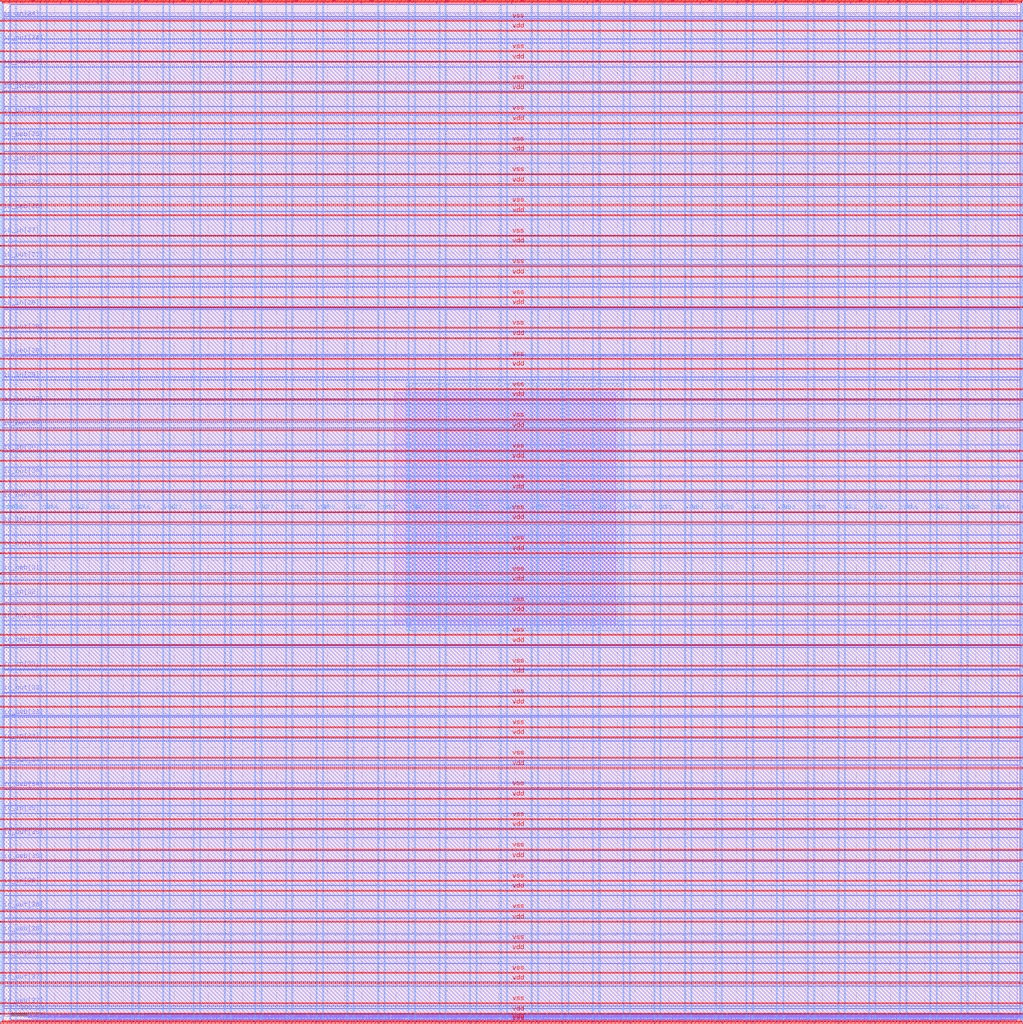
<source format=lef>
VERSION 5.7 ;
  NOWIREEXTENSIONATPIN ON ;
  DIVIDERCHAR "/" ;
  BUSBITCHARS "[]" ;
MACRO user_project_wrapper
  CLASS BLOCK ;
  FOREIGN user_project_wrapper ;
  ORIGIN 0.000 0.000 ;
  SIZE 2980.200 BY 2980.200 ;
  PIN io_in[0]
    DIRECTION INPUT ;
    USE SIGNAL ;
    PORT
      LAYER Metal3 ;
        RECT 2977.800 35.560 2985.000 36.680 ;
    END
  END io_in[0]
  PIN io_in[10]
    DIRECTION INPUT ;
    USE SIGNAL ;
    PORT
      LAYER Metal3 ;
        RECT 2977.800 2017.960 2985.000 2019.080 ;
    END
  END io_in[10]
  PIN io_in[11]
    DIRECTION INPUT ;
    USE SIGNAL ;
    PORT
      LAYER Metal3 ;
        RECT 2977.800 2216.200 2985.000 2217.320 ;
    END
  END io_in[11]
  PIN io_in[12]
    DIRECTION INPUT ;
    USE SIGNAL ;
    PORT
      LAYER Metal3 ;
        RECT 2977.800 2414.440 2985.000 2415.560 ;
    END
  END io_in[12]
  PIN io_in[13]
    DIRECTION INPUT ;
    USE SIGNAL ;
    PORT
      LAYER Metal3 ;
        RECT 2977.800 2612.680 2985.000 2613.800 ;
    END
  END io_in[13]
  PIN io_in[14]
    DIRECTION INPUT ;
    USE SIGNAL ;
    PORT
      LAYER Metal3 ;
        RECT 2977.800 2810.920 2985.000 2812.040 ;
    END
  END io_in[14]
  PIN io_in[15]
    DIRECTION INPUT ;
    USE SIGNAL ;
    PORT
      LAYER Metal2 ;
        RECT 2923.480 2977.800 2924.600 2985.000 ;
    END
  END io_in[15]
  PIN io_in[16]
    DIRECTION INPUT ;
    USE SIGNAL ;
    PORT
      LAYER Metal2 ;
        RECT 2592.520 2977.800 2593.640 2985.000 ;
    END
  END io_in[16]
  PIN io_in[17]
    DIRECTION INPUT ;
    USE SIGNAL ;
    PORT
      LAYER Metal2 ;
        RECT 2261.560 2977.800 2262.680 2985.000 ;
    END
  END io_in[17]
  PIN io_in[18]
    DIRECTION INPUT ;
    USE SIGNAL ;
    PORT
      LAYER Metal2 ;
        RECT 1930.600 2977.800 1931.720 2985.000 ;
    END
  END io_in[18]
  PIN io_in[19]
    DIRECTION INPUT ;
    USE SIGNAL ;
    PORT
      LAYER Metal2 ;
        RECT 1599.640 2977.800 1600.760 2985.000 ;
    END
  END io_in[19]
  PIN io_in[1]
    DIRECTION INPUT ;
    USE SIGNAL ;
    PORT
      LAYER Metal3 ;
        RECT 2977.800 233.800 2985.000 234.920 ;
    END
  END io_in[1]
  PIN io_in[20]
    DIRECTION INPUT ;
    USE SIGNAL ;
    PORT
      LAYER Metal2 ;
        RECT 1268.680 2977.800 1269.800 2985.000 ;
    END
  END io_in[20]
  PIN io_in[21]
    DIRECTION INPUT ;
    USE SIGNAL ;
    PORT
      LAYER Metal2 ;
        RECT 937.720 2977.800 938.840 2985.000 ;
    END
  END io_in[21]
  PIN io_in[22]
    DIRECTION INPUT ;
    USE SIGNAL ;
    PORT
      LAYER Metal2 ;
        RECT 606.760 2977.800 607.880 2985.000 ;
    END
  END io_in[22]
  PIN io_in[23]
    DIRECTION INPUT ;
    USE SIGNAL ;
    PORT
      LAYER Metal2 ;
        RECT 275.800 2977.800 276.920 2985.000 ;
    END
  END io_in[23]
  PIN io_in[24]
    DIRECTION INPUT ;
    USE SIGNAL ;
    PORT
      LAYER Metal3 ;
        RECT -4.800 2935.800 2.400 2936.920 ;
    END
  END io_in[24]
  PIN io_in[25]
    DIRECTION INPUT ;
    USE SIGNAL ;
    PORT
      LAYER Metal3 ;
        RECT -4.800 2724.120 2.400 2725.240 ;
    END
  END io_in[25]
  PIN io_in[26]
    DIRECTION INPUT ;
    USE SIGNAL ;
    PORT
      LAYER Metal3 ;
        RECT -4.800 2512.440 2.400 2513.560 ;
    END
  END io_in[26]
  PIN io_in[27]
    DIRECTION INPUT ;
    USE SIGNAL ;
    PORT
      LAYER Metal3 ;
        RECT -4.800 2300.760 2.400 2301.880 ;
    END
  END io_in[27]
  PIN io_in[28]
    DIRECTION INPUT ;
    USE SIGNAL ;
    PORT
      LAYER Metal3 ;
        RECT -4.800 2089.080 2.400 2090.200 ;
    END
  END io_in[28]
  PIN io_in[29]
    DIRECTION INPUT ;
    USE SIGNAL ;
    PORT
      LAYER Metal3 ;
        RECT -4.800 1877.400 2.400 1878.520 ;
    END
  END io_in[29]
  PIN io_in[2]
    DIRECTION INPUT ;
    USE SIGNAL ;
    PORT
      LAYER Metal3 ;
        RECT 2977.800 432.040 2985.000 433.160 ;
    END
  END io_in[2]
  PIN io_in[30]
    DIRECTION INPUT ;
    USE SIGNAL ;
    PORT
      LAYER Metal3 ;
        RECT -4.800 1665.720 2.400 1666.840 ;
    END
  END io_in[30]
  PIN io_in[31]
    DIRECTION INPUT ;
    USE SIGNAL ;
    PORT
      LAYER Metal3 ;
        RECT -4.800 1454.040 2.400 1455.160 ;
    END
  END io_in[31]
  PIN io_in[32]
    DIRECTION INPUT ;
    USE SIGNAL ;
    PORT
      LAYER Metal3 ;
        RECT -4.800 1242.360 2.400 1243.480 ;
    END
  END io_in[32]
  PIN io_in[33]
    DIRECTION INPUT ;
    USE SIGNAL ;
    PORT
      LAYER Metal3 ;
        RECT -4.800 1030.680 2.400 1031.800 ;
    END
  END io_in[33]
  PIN io_in[34]
    DIRECTION INPUT ;
    USE SIGNAL ;
    PORT
      LAYER Metal3 ;
        RECT -4.800 819.000 2.400 820.120 ;
    END
  END io_in[34]
  PIN io_in[35]
    DIRECTION INPUT ;
    USE SIGNAL ;
    PORT
      LAYER Metal3 ;
        RECT -4.800 607.320 2.400 608.440 ;
    END
  END io_in[35]
  PIN io_in[36]
    DIRECTION INPUT ;
    USE SIGNAL ;
    PORT
      LAYER Metal3 ;
        RECT -4.800 395.640 2.400 396.760 ;
    END
  END io_in[36]
  PIN io_in[37]
    DIRECTION INPUT ;
    USE SIGNAL ;
    PORT
      LAYER Metal3 ;
        RECT -4.800 183.960 2.400 185.080 ;
    END
  END io_in[37]
  PIN io_in[3]
    DIRECTION INPUT ;
    USE SIGNAL ;
    PORT
      LAYER Metal3 ;
        RECT 2977.800 630.280 2985.000 631.400 ;
    END
  END io_in[3]
  PIN io_in[4]
    DIRECTION INPUT ;
    USE SIGNAL ;
    PORT
      LAYER Metal3 ;
        RECT 2977.800 828.520 2985.000 829.640 ;
    END
  END io_in[4]
  PIN io_in[5]
    DIRECTION INPUT ;
    USE SIGNAL ;
    PORT
      LAYER Metal3 ;
        RECT 2977.800 1026.760 2985.000 1027.880 ;
    END
  END io_in[5]
  PIN io_in[6]
    DIRECTION INPUT ;
    USE SIGNAL ;
    PORT
      LAYER Metal3 ;
        RECT 2977.800 1225.000 2985.000 1226.120 ;
    END
  END io_in[6]
  PIN io_in[7]
    DIRECTION INPUT ;
    USE SIGNAL ;
    PORT
      LAYER Metal3 ;
        RECT 2977.800 1423.240 2985.000 1424.360 ;
    END
  END io_in[7]
  PIN io_in[8]
    DIRECTION INPUT ;
    USE SIGNAL ;
    PORT
      LAYER Metal3 ;
        RECT 2977.800 1621.480 2985.000 1622.600 ;
    END
  END io_in[8]
  PIN io_in[9]
    DIRECTION INPUT ;
    USE SIGNAL ;
    PORT
      LAYER Metal3 ;
        RECT 2977.800 1819.720 2985.000 1820.840 ;
    END
  END io_in[9]
  PIN io_oeb[0]
    DIRECTION OUTPUT TRISTATE ;
    USE SIGNAL ;
    PORT
      LAYER Metal3 ;
        RECT 2977.800 167.720 2985.000 168.840 ;
    END
  END io_oeb[0]
  PIN io_oeb[10]
    DIRECTION OUTPUT TRISTATE ;
    USE SIGNAL ;
    PORT
      LAYER Metal3 ;
        RECT 2977.800 2150.120 2985.000 2151.240 ;
    END
  END io_oeb[10]
  PIN io_oeb[11]
    DIRECTION OUTPUT TRISTATE ;
    USE SIGNAL ;
    PORT
      LAYER Metal3 ;
        RECT 2977.800 2348.360 2985.000 2349.480 ;
    END
  END io_oeb[11]
  PIN io_oeb[12]
    DIRECTION OUTPUT TRISTATE ;
    USE SIGNAL ;
    PORT
      LAYER Metal3 ;
        RECT 2977.800 2546.600 2985.000 2547.720 ;
    END
  END io_oeb[12]
  PIN io_oeb[13]
    DIRECTION OUTPUT TRISTATE ;
    USE SIGNAL ;
    PORT
      LAYER Metal3 ;
        RECT 2977.800 2744.840 2985.000 2745.960 ;
    END
  END io_oeb[13]
  PIN io_oeb[14]
    DIRECTION OUTPUT TRISTATE ;
    USE SIGNAL ;
    PORT
      LAYER Metal3 ;
        RECT 2977.800 2943.080 2985.000 2944.200 ;
    END
  END io_oeb[14]
  PIN io_oeb[15]
    DIRECTION OUTPUT TRISTATE ;
    USE SIGNAL ;
    PORT
      LAYER Metal2 ;
        RECT 2702.840 2977.800 2703.960 2985.000 ;
    END
  END io_oeb[15]
  PIN io_oeb[16]
    DIRECTION OUTPUT TRISTATE ;
    USE SIGNAL ;
    PORT
      LAYER Metal2 ;
        RECT 2371.880 2977.800 2373.000 2985.000 ;
    END
  END io_oeb[16]
  PIN io_oeb[17]
    DIRECTION OUTPUT TRISTATE ;
    USE SIGNAL ;
    PORT
      LAYER Metal2 ;
        RECT 2040.920 2977.800 2042.040 2985.000 ;
    END
  END io_oeb[17]
  PIN io_oeb[18]
    DIRECTION OUTPUT TRISTATE ;
    USE SIGNAL ;
    PORT
      LAYER Metal2 ;
        RECT 1709.960 2977.800 1711.080 2985.000 ;
    END
  END io_oeb[18]
  PIN io_oeb[19]
    DIRECTION OUTPUT TRISTATE ;
    USE SIGNAL ;
    PORT
      LAYER Metal2 ;
        RECT 1379.000 2977.800 1380.120 2985.000 ;
    END
  END io_oeb[19]
  PIN io_oeb[1]
    DIRECTION OUTPUT TRISTATE ;
    USE SIGNAL ;
    PORT
      LAYER Metal3 ;
        RECT 2977.800 365.960 2985.000 367.080 ;
    END
  END io_oeb[1]
  PIN io_oeb[20]
    DIRECTION OUTPUT TRISTATE ;
    USE SIGNAL ;
    PORT
      LAYER Metal2 ;
        RECT 1048.040 2977.800 1049.160 2985.000 ;
    END
  END io_oeb[20]
  PIN io_oeb[21]
    DIRECTION OUTPUT TRISTATE ;
    USE SIGNAL ;
    PORT
      LAYER Metal2 ;
        RECT 717.080 2977.800 718.200 2985.000 ;
    END
  END io_oeb[21]
  PIN io_oeb[22]
    DIRECTION OUTPUT TRISTATE ;
    USE SIGNAL ;
    PORT
      LAYER Metal2 ;
        RECT 386.120 2977.800 387.240 2985.000 ;
    END
  END io_oeb[22]
  PIN io_oeb[23]
    DIRECTION OUTPUT TRISTATE ;
    USE SIGNAL ;
    PORT
      LAYER Metal2 ;
        RECT 55.160 2977.800 56.280 2985.000 ;
    END
  END io_oeb[23]
  PIN io_oeb[24]
    DIRECTION OUTPUT TRISTATE ;
    USE SIGNAL ;
    PORT
      LAYER Metal3 ;
        RECT -4.800 2794.680 2.400 2795.800 ;
    END
  END io_oeb[24]
  PIN io_oeb[25]
    DIRECTION OUTPUT TRISTATE ;
    USE SIGNAL ;
    PORT
      LAYER Metal3 ;
        RECT -4.800 2583.000 2.400 2584.120 ;
    END
  END io_oeb[25]
  PIN io_oeb[26]
    DIRECTION OUTPUT TRISTATE ;
    USE SIGNAL ;
    PORT
      LAYER Metal3 ;
        RECT -4.800 2371.320 2.400 2372.440 ;
    END
  END io_oeb[26]
  PIN io_oeb[27]
    DIRECTION OUTPUT TRISTATE ;
    USE SIGNAL ;
    PORT
      LAYER Metal3 ;
        RECT -4.800 2159.640 2.400 2160.760 ;
    END
  END io_oeb[27]
  PIN io_oeb[28]
    DIRECTION OUTPUT TRISTATE ;
    USE SIGNAL ;
    PORT
      LAYER Metal3 ;
        RECT -4.800 1947.960 2.400 1949.080 ;
    END
  END io_oeb[28]
  PIN io_oeb[29]
    DIRECTION OUTPUT TRISTATE ;
    USE SIGNAL ;
    PORT
      LAYER Metal3 ;
        RECT -4.800 1736.280 2.400 1737.400 ;
    END
  END io_oeb[29]
  PIN io_oeb[2]
    DIRECTION OUTPUT TRISTATE ;
    USE SIGNAL ;
    PORT
      LAYER Metal3 ;
        RECT 2977.800 564.200 2985.000 565.320 ;
    END
  END io_oeb[2]
  PIN io_oeb[30]
    DIRECTION OUTPUT TRISTATE ;
    USE SIGNAL ;
    PORT
      LAYER Metal3 ;
        RECT -4.800 1524.600 2.400 1525.720 ;
    END
  END io_oeb[30]
  PIN io_oeb[31]
    DIRECTION OUTPUT TRISTATE ;
    USE SIGNAL ;
    PORT
      LAYER Metal3 ;
        RECT -4.800 1312.920 2.400 1314.040 ;
    END
  END io_oeb[31]
  PIN io_oeb[32]
    DIRECTION OUTPUT TRISTATE ;
    USE SIGNAL ;
    PORT
      LAYER Metal3 ;
        RECT -4.800 1101.240 2.400 1102.360 ;
    END
  END io_oeb[32]
  PIN io_oeb[33]
    DIRECTION OUTPUT TRISTATE ;
    USE SIGNAL ;
    PORT
      LAYER Metal3 ;
        RECT -4.800 889.560 2.400 890.680 ;
    END
  END io_oeb[33]
  PIN io_oeb[34]
    DIRECTION OUTPUT TRISTATE ;
    USE SIGNAL ;
    PORT
      LAYER Metal3 ;
        RECT -4.800 677.880 2.400 679.000 ;
    END
  END io_oeb[34]
  PIN io_oeb[35]
    DIRECTION OUTPUT TRISTATE ;
    USE SIGNAL ;
    PORT
      LAYER Metal3 ;
        RECT -4.800 466.200 2.400 467.320 ;
    END
  END io_oeb[35]
  PIN io_oeb[36]
    DIRECTION OUTPUT TRISTATE ;
    USE SIGNAL ;
    PORT
      LAYER Metal3 ;
        RECT -4.800 254.520 2.400 255.640 ;
    END
  END io_oeb[36]
  PIN io_oeb[37]
    DIRECTION OUTPUT TRISTATE ;
    USE SIGNAL ;
    PORT
      LAYER Metal3 ;
        RECT -4.800 42.840 2.400 43.960 ;
    END
  END io_oeb[37]
  PIN io_oeb[3]
    DIRECTION OUTPUT TRISTATE ;
    USE SIGNAL ;
    PORT
      LAYER Metal3 ;
        RECT 2977.800 762.440 2985.000 763.560 ;
    END
  END io_oeb[3]
  PIN io_oeb[4]
    DIRECTION OUTPUT TRISTATE ;
    USE SIGNAL ;
    PORT
      LAYER Metal3 ;
        RECT 2977.800 960.680 2985.000 961.800 ;
    END
  END io_oeb[4]
  PIN io_oeb[5]
    DIRECTION OUTPUT TRISTATE ;
    USE SIGNAL ;
    PORT
      LAYER Metal3 ;
        RECT 2977.800 1158.920 2985.000 1160.040 ;
    END
  END io_oeb[5]
  PIN io_oeb[6]
    DIRECTION OUTPUT TRISTATE ;
    USE SIGNAL ;
    PORT
      LAYER Metal3 ;
        RECT 2977.800 1357.160 2985.000 1358.280 ;
    END
  END io_oeb[6]
  PIN io_oeb[7]
    DIRECTION OUTPUT TRISTATE ;
    USE SIGNAL ;
    PORT
      LAYER Metal3 ;
        RECT 2977.800 1555.400 2985.000 1556.520 ;
    END
  END io_oeb[7]
  PIN io_oeb[8]
    DIRECTION OUTPUT TRISTATE ;
    USE SIGNAL ;
    PORT
      LAYER Metal3 ;
        RECT 2977.800 1753.640 2985.000 1754.760 ;
    END
  END io_oeb[8]
  PIN io_oeb[9]
    DIRECTION OUTPUT TRISTATE ;
    USE SIGNAL ;
    PORT
      LAYER Metal3 ;
        RECT 2977.800 1951.880 2985.000 1953.000 ;
    END
  END io_oeb[9]
  PIN io_out[0]
    DIRECTION OUTPUT TRISTATE ;
    USE SIGNAL ;
    PORT
      LAYER Metal3 ;
        RECT 2977.800 101.640 2985.000 102.760 ;
    END
  END io_out[0]
  PIN io_out[10]
    DIRECTION OUTPUT TRISTATE ;
    USE SIGNAL ;
    PORT
      LAYER Metal3 ;
        RECT 2977.800 2084.040 2985.000 2085.160 ;
    END
  END io_out[10]
  PIN io_out[11]
    DIRECTION OUTPUT TRISTATE ;
    USE SIGNAL ;
    PORT
      LAYER Metal3 ;
        RECT 2977.800 2282.280 2985.000 2283.400 ;
    END
  END io_out[11]
  PIN io_out[12]
    DIRECTION OUTPUT TRISTATE ;
    USE SIGNAL ;
    PORT
      LAYER Metal3 ;
        RECT 2977.800 2480.520 2985.000 2481.640 ;
    END
  END io_out[12]
  PIN io_out[13]
    DIRECTION OUTPUT TRISTATE ;
    USE SIGNAL ;
    PORT
      LAYER Metal3 ;
        RECT 2977.800 2678.760 2985.000 2679.880 ;
    END
  END io_out[13]
  PIN io_out[14]
    DIRECTION OUTPUT TRISTATE ;
    USE SIGNAL ;
    PORT
      LAYER Metal3 ;
        RECT 2977.800 2877.000 2985.000 2878.120 ;
    END
  END io_out[14]
  PIN io_out[15]
    DIRECTION OUTPUT TRISTATE ;
    USE SIGNAL ;
    PORT
      LAYER Metal2 ;
        RECT 2813.160 2977.800 2814.280 2985.000 ;
    END
  END io_out[15]
  PIN io_out[16]
    DIRECTION OUTPUT TRISTATE ;
    USE SIGNAL ;
    PORT
      LAYER Metal2 ;
        RECT 2482.200 2977.800 2483.320 2985.000 ;
    END
  END io_out[16]
  PIN io_out[17]
    DIRECTION OUTPUT TRISTATE ;
    USE SIGNAL ;
    PORT
      LAYER Metal2 ;
        RECT 2151.240 2977.800 2152.360 2985.000 ;
    END
  END io_out[17]
  PIN io_out[18]
    DIRECTION OUTPUT TRISTATE ;
    USE SIGNAL ;
    PORT
      LAYER Metal2 ;
        RECT 1820.280 2977.800 1821.400 2985.000 ;
    END
  END io_out[18]
  PIN io_out[19]
    DIRECTION OUTPUT TRISTATE ;
    USE SIGNAL ;
    PORT
      LAYER Metal2 ;
        RECT 1489.320 2977.800 1490.440 2985.000 ;
    END
  END io_out[19]
  PIN io_out[1]
    DIRECTION OUTPUT TRISTATE ;
    USE SIGNAL ;
    PORT
      LAYER Metal3 ;
        RECT 2977.800 299.880 2985.000 301.000 ;
    END
  END io_out[1]
  PIN io_out[20]
    DIRECTION OUTPUT TRISTATE ;
    USE SIGNAL ;
    PORT
      LAYER Metal2 ;
        RECT 1158.360 2977.800 1159.480 2985.000 ;
    END
  END io_out[20]
  PIN io_out[21]
    DIRECTION OUTPUT TRISTATE ;
    USE SIGNAL ;
    PORT
      LAYER Metal2 ;
        RECT 827.400 2977.800 828.520 2985.000 ;
    END
  END io_out[21]
  PIN io_out[22]
    DIRECTION OUTPUT TRISTATE ;
    USE SIGNAL ;
    PORT
      LAYER Metal2 ;
        RECT 496.440 2977.800 497.560 2985.000 ;
    END
  END io_out[22]
  PIN io_out[23]
    DIRECTION OUTPUT TRISTATE ;
    USE SIGNAL ;
    PORT
      LAYER Metal2 ;
        RECT 165.480 2977.800 166.600 2985.000 ;
    END
  END io_out[23]
  PIN io_out[24]
    DIRECTION OUTPUT TRISTATE ;
    USE SIGNAL ;
    PORT
      LAYER Metal3 ;
        RECT -4.800 2865.240 2.400 2866.360 ;
    END
  END io_out[24]
  PIN io_out[25]
    DIRECTION OUTPUT TRISTATE ;
    USE SIGNAL ;
    PORT
      LAYER Metal3 ;
        RECT -4.800 2653.560 2.400 2654.680 ;
    END
  END io_out[25]
  PIN io_out[26]
    DIRECTION OUTPUT TRISTATE ;
    USE SIGNAL ;
    PORT
      LAYER Metal3 ;
        RECT -4.800 2441.880 2.400 2443.000 ;
    END
  END io_out[26]
  PIN io_out[27]
    DIRECTION OUTPUT TRISTATE ;
    USE SIGNAL ;
    PORT
      LAYER Metal3 ;
        RECT -4.800 2230.200 2.400 2231.320 ;
    END
  END io_out[27]
  PIN io_out[28]
    DIRECTION OUTPUT TRISTATE ;
    USE SIGNAL ;
    PORT
      LAYER Metal3 ;
        RECT -4.800 2018.520 2.400 2019.640 ;
    END
  END io_out[28]
  PIN io_out[29]
    DIRECTION OUTPUT TRISTATE ;
    USE SIGNAL ;
    PORT
      LAYER Metal3 ;
        RECT -4.800 1806.840 2.400 1807.960 ;
    END
  END io_out[29]
  PIN io_out[2]
    DIRECTION OUTPUT TRISTATE ;
    USE SIGNAL ;
    PORT
      LAYER Metal3 ;
        RECT 2977.800 498.120 2985.000 499.240 ;
    END
  END io_out[2]
  PIN io_out[30]
    DIRECTION OUTPUT TRISTATE ;
    USE SIGNAL ;
    PORT
      LAYER Metal3 ;
        RECT -4.800 1595.160 2.400 1596.280 ;
    END
  END io_out[30]
  PIN io_out[31]
    DIRECTION OUTPUT TRISTATE ;
    USE SIGNAL ;
    PORT
      LAYER Metal3 ;
        RECT -4.800 1383.480 2.400 1384.600 ;
    END
  END io_out[31]
  PIN io_out[32]
    DIRECTION OUTPUT TRISTATE ;
    USE SIGNAL ;
    PORT
      LAYER Metal3 ;
        RECT -4.800 1171.800 2.400 1172.920 ;
    END
  END io_out[32]
  PIN io_out[33]
    DIRECTION OUTPUT TRISTATE ;
    USE SIGNAL ;
    PORT
      LAYER Metal3 ;
        RECT -4.800 960.120 2.400 961.240 ;
    END
  END io_out[33]
  PIN io_out[34]
    DIRECTION OUTPUT TRISTATE ;
    USE SIGNAL ;
    PORT
      LAYER Metal3 ;
        RECT -4.800 748.440 2.400 749.560 ;
    END
  END io_out[34]
  PIN io_out[35]
    DIRECTION OUTPUT TRISTATE ;
    USE SIGNAL ;
    PORT
      LAYER Metal3 ;
        RECT -4.800 536.760 2.400 537.880 ;
    END
  END io_out[35]
  PIN io_out[36]
    DIRECTION OUTPUT TRISTATE ;
    USE SIGNAL ;
    PORT
      LAYER Metal3 ;
        RECT -4.800 325.080 2.400 326.200 ;
    END
  END io_out[36]
  PIN io_out[37]
    DIRECTION OUTPUT TRISTATE ;
    USE SIGNAL ;
    PORT
      LAYER Metal3 ;
        RECT -4.800 113.400 2.400 114.520 ;
    END
  END io_out[37]
  PIN io_out[3]
    DIRECTION OUTPUT TRISTATE ;
    USE SIGNAL ;
    PORT
      LAYER Metal3 ;
        RECT 2977.800 696.360 2985.000 697.480 ;
    END
  END io_out[3]
  PIN io_out[4]
    DIRECTION OUTPUT TRISTATE ;
    USE SIGNAL ;
    PORT
      LAYER Metal3 ;
        RECT 2977.800 894.600 2985.000 895.720 ;
    END
  END io_out[4]
  PIN io_out[5]
    DIRECTION OUTPUT TRISTATE ;
    USE SIGNAL ;
    PORT
      LAYER Metal3 ;
        RECT 2977.800 1092.840 2985.000 1093.960 ;
    END
  END io_out[5]
  PIN io_out[6]
    DIRECTION OUTPUT TRISTATE ;
    USE SIGNAL ;
    PORT
      LAYER Metal3 ;
        RECT 2977.800 1291.080 2985.000 1292.200 ;
    END
  END io_out[6]
  PIN io_out[7]
    DIRECTION OUTPUT TRISTATE ;
    USE SIGNAL ;
    PORT
      LAYER Metal3 ;
        RECT 2977.800 1489.320 2985.000 1490.440 ;
    END
  END io_out[7]
  PIN io_out[8]
    DIRECTION OUTPUT TRISTATE ;
    USE SIGNAL ;
    PORT
      LAYER Metal3 ;
        RECT 2977.800 1687.560 2985.000 1688.680 ;
    END
  END io_out[8]
  PIN io_out[9]
    DIRECTION OUTPUT TRISTATE ;
    USE SIGNAL ;
    PORT
      LAYER Metal3 ;
        RECT 2977.800 1885.800 2985.000 1886.920 ;
    END
  END io_out[9]
  PIN la_data_in[0]
    DIRECTION INPUT ;
    USE SIGNAL ;
    PORT
      LAYER Metal2 ;
        RECT 1065.960 -4.800 1067.080 2.400 ;
    END
  END la_data_in[0]
  PIN la_data_in[10]
    DIRECTION INPUT ;
    USE SIGNAL ;
    PORT
      LAYER Metal2 ;
        RECT 1351.560 -4.800 1352.680 2.400 ;
    END
  END la_data_in[10]
  PIN la_data_in[11]
    DIRECTION INPUT ;
    USE SIGNAL ;
    PORT
      LAYER Metal2 ;
        RECT 1380.120 -4.800 1381.240 2.400 ;
    END
  END la_data_in[11]
  PIN la_data_in[12]
    DIRECTION INPUT ;
    USE SIGNAL ;
    PORT
      LAYER Metal2 ;
        RECT 1408.680 -4.800 1409.800 2.400 ;
    END
  END la_data_in[12]
  PIN la_data_in[13]
    DIRECTION INPUT ;
    USE SIGNAL ;
    PORT
      LAYER Metal2 ;
        RECT 1437.240 -4.800 1438.360 2.400 ;
    END
  END la_data_in[13]
  PIN la_data_in[14]
    DIRECTION INPUT ;
    USE SIGNAL ;
    PORT
      LAYER Metal2 ;
        RECT 1465.800 -4.800 1466.920 2.400 ;
    END
  END la_data_in[14]
  PIN la_data_in[15]
    DIRECTION INPUT ;
    USE SIGNAL ;
    PORT
      LAYER Metal2 ;
        RECT 1494.360 -4.800 1495.480 2.400 ;
    END
  END la_data_in[15]
  PIN la_data_in[16]
    DIRECTION INPUT ;
    USE SIGNAL ;
    PORT
      LAYER Metal2 ;
        RECT 1522.920 -4.800 1524.040 2.400 ;
    END
  END la_data_in[16]
  PIN la_data_in[17]
    DIRECTION INPUT ;
    USE SIGNAL ;
    PORT
      LAYER Metal2 ;
        RECT 1551.480 -4.800 1552.600 2.400 ;
    END
  END la_data_in[17]
  PIN la_data_in[18]
    DIRECTION INPUT ;
    USE SIGNAL ;
    PORT
      LAYER Metal2 ;
        RECT 1580.040 -4.800 1581.160 2.400 ;
    END
  END la_data_in[18]
  PIN la_data_in[19]
    DIRECTION INPUT ;
    USE SIGNAL ;
    PORT
      LAYER Metal2 ;
        RECT 1608.600 -4.800 1609.720 2.400 ;
    END
  END la_data_in[19]
  PIN la_data_in[1]
    DIRECTION INPUT ;
    USE SIGNAL ;
    PORT
      LAYER Metal2 ;
        RECT 1094.520 -4.800 1095.640 2.400 ;
    END
  END la_data_in[1]
  PIN la_data_in[20]
    DIRECTION INPUT ;
    USE SIGNAL ;
    PORT
      LAYER Metal2 ;
        RECT 1637.160 -4.800 1638.280 2.400 ;
    END
  END la_data_in[20]
  PIN la_data_in[21]
    DIRECTION INPUT ;
    USE SIGNAL ;
    PORT
      LAYER Metal2 ;
        RECT 1665.720 -4.800 1666.840 2.400 ;
    END
  END la_data_in[21]
  PIN la_data_in[22]
    DIRECTION INPUT ;
    USE SIGNAL ;
    PORT
      LAYER Metal2 ;
        RECT 1694.280 -4.800 1695.400 2.400 ;
    END
  END la_data_in[22]
  PIN la_data_in[23]
    DIRECTION INPUT ;
    USE SIGNAL ;
    PORT
      LAYER Metal2 ;
        RECT 1722.840 -4.800 1723.960 2.400 ;
    END
  END la_data_in[23]
  PIN la_data_in[24]
    DIRECTION INPUT ;
    USE SIGNAL ;
    PORT
      LAYER Metal2 ;
        RECT 1751.400 -4.800 1752.520 2.400 ;
    END
  END la_data_in[24]
  PIN la_data_in[25]
    DIRECTION INPUT ;
    USE SIGNAL ;
    PORT
      LAYER Metal2 ;
        RECT 1779.960 -4.800 1781.080 2.400 ;
    END
  END la_data_in[25]
  PIN la_data_in[26]
    DIRECTION INPUT ;
    USE SIGNAL ;
    PORT
      LAYER Metal2 ;
        RECT 1808.520 -4.800 1809.640 2.400 ;
    END
  END la_data_in[26]
  PIN la_data_in[27]
    DIRECTION INPUT ;
    USE SIGNAL ;
    PORT
      LAYER Metal2 ;
        RECT 1837.080 -4.800 1838.200 2.400 ;
    END
  END la_data_in[27]
  PIN la_data_in[28]
    DIRECTION INPUT ;
    USE SIGNAL ;
    PORT
      LAYER Metal2 ;
        RECT 1865.640 -4.800 1866.760 2.400 ;
    END
  END la_data_in[28]
  PIN la_data_in[29]
    DIRECTION INPUT ;
    USE SIGNAL ;
    PORT
      LAYER Metal2 ;
        RECT 1894.200 -4.800 1895.320 2.400 ;
    END
  END la_data_in[29]
  PIN la_data_in[2]
    DIRECTION INPUT ;
    USE SIGNAL ;
    PORT
      LAYER Metal2 ;
        RECT 1123.080 -4.800 1124.200 2.400 ;
    END
  END la_data_in[2]
  PIN la_data_in[30]
    DIRECTION INPUT ;
    USE SIGNAL ;
    PORT
      LAYER Metal2 ;
        RECT 1922.760 -4.800 1923.880 2.400 ;
    END
  END la_data_in[30]
  PIN la_data_in[31]
    DIRECTION INPUT ;
    USE SIGNAL ;
    PORT
      LAYER Metal2 ;
        RECT 1951.320 -4.800 1952.440 2.400 ;
    END
  END la_data_in[31]
  PIN la_data_in[32]
    DIRECTION INPUT ;
    USE SIGNAL ;
    PORT
      LAYER Metal2 ;
        RECT 1979.880 -4.800 1981.000 2.400 ;
    END
  END la_data_in[32]
  PIN la_data_in[33]
    DIRECTION INPUT ;
    USE SIGNAL ;
    PORT
      LAYER Metal2 ;
        RECT 2008.440 -4.800 2009.560 2.400 ;
    END
  END la_data_in[33]
  PIN la_data_in[34]
    DIRECTION INPUT ;
    USE SIGNAL ;
    PORT
      LAYER Metal2 ;
        RECT 2037.000 -4.800 2038.120 2.400 ;
    END
  END la_data_in[34]
  PIN la_data_in[35]
    DIRECTION INPUT ;
    USE SIGNAL ;
    PORT
      LAYER Metal2 ;
        RECT 2065.560 -4.800 2066.680 2.400 ;
    END
  END la_data_in[35]
  PIN la_data_in[36]
    DIRECTION INPUT ;
    USE SIGNAL ;
    PORT
      LAYER Metal2 ;
        RECT 2094.120 -4.800 2095.240 2.400 ;
    END
  END la_data_in[36]
  PIN la_data_in[37]
    DIRECTION INPUT ;
    USE SIGNAL ;
    PORT
      LAYER Metal2 ;
        RECT 2122.680 -4.800 2123.800 2.400 ;
    END
  END la_data_in[37]
  PIN la_data_in[38]
    DIRECTION INPUT ;
    USE SIGNAL ;
    PORT
      LAYER Metal2 ;
        RECT 2151.240 -4.800 2152.360 2.400 ;
    END
  END la_data_in[38]
  PIN la_data_in[39]
    DIRECTION INPUT ;
    USE SIGNAL ;
    PORT
      LAYER Metal2 ;
        RECT 2179.800 -4.800 2180.920 2.400 ;
    END
  END la_data_in[39]
  PIN la_data_in[3]
    DIRECTION INPUT ;
    USE SIGNAL ;
    PORT
      LAYER Metal2 ;
        RECT 1151.640 -4.800 1152.760 2.400 ;
    END
  END la_data_in[3]
  PIN la_data_in[40]
    DIRECTION INPUT ;
    USE SIGNAL ;
    PORT
      LAYER Metal2 ;
        RECT 2208.360 -4.800 2209.480 2.400 ;
    END
  END la_data_in[40]
  PIN la_data_in[41]
    DIRECTION INPUT ;
    USE SIGNAL ;
    PORT
      LAYER Metal2 ;
        RECT 2236.920 -4.800 2238.040 2.400 ;
    END
  END la_data_in[41]
  PIN la_data_in[42]
    DIRECTION INPUT ;
    USE SIGNAL ;
    PORT
      LAYER Metal2 ;
        RECT 2265.480 -4.800 2266.600 2.400 ;
    END
  END la_data_in[42]
  PIN la_data_in[43]
    DIRECTION INPUT ;
    USE SIGNAL ;
    PORT
      LAYER Metal2 ;
        RECT 2294.040 -4.800 2295.160 2.400 ;
    END
  END la_data_in[43]
  PIN la_data_in[44]
    DIRECTION INPUT ;
    USE SIGNAL ;
    PORT
      LAYER Metal2 ;
        RECT 2322.600 -4.800 2323.720 2.400 ;
    END
  END la_data_in[44]
  PIN la_data_in[45]
    DIRECTION INPUT ;
    USE SIGNAL ;
    PORT
      LAYER Metal2 ;
        RECT 2351.160 -4.800 2352.280 2.400 ;
    END
  END la_data_in[45]
  PIN la_data_in[46]
    DIRECTION INPUT ;
    USE SIGNAL ;
    PORT
      LAYER Metal2 ;
        RECT 2379.720 -4.800 2380.840 2.400 ;
    END
  END la_data_in[46]
  PIN la_data_in[47]
    DIRECTION INPUT ;
    USE SIGNAL ;
    PORT
      LAYER Metal2 ;
        RECT 2408.280 -4.800 2409.400 2.400 ;
    END
  END la_data_in[47]
  PIN la_data_in[48]
    DIRECTION INPUT ;
    USE SIGNAL ;
    PORT
      LAYER Metal2 ;
        RECT 2436.840 -4.800 2437.960 2.400 ;
    END
  END la_data_in[48]
  PIN la_data_in[49]
    DIRECTION INPUT ;
    USE SIGNAL ;
    PORT
      LAYER Metal2 ;
        RECT 2465.400 -4.800 2466.520 2.400 ;
    END
  END la_data_in[49]
  PIN la_data_in[4]
    DIRECTION INPUT ;
    USE SIGNAL ;
    PORT
      LAYER Metal2 ;
        RECT 1180.200 -4.800 1181.320 2.400 ;
    END
  END la_data_in[4]
  PIN la_data_in[50]
    DIRECTION INPUT ;
    USE SIGNAL ;
    PORT
      LAYER Metal2 ;
        RECT 2493.960 -4.800 2495.080 2.400 ;
    END
  END la_data_in[50]
  PIN la_data_in[51]
    DIRECTION INPUT ;
    USE SIGNAL ;
    PORT
      LAYER Metal2 ;
        RECT 2522.520 -4.800 2523.640 2.400 ;
    END
  END la_data_in[51]
  PIN la_data_in[52]
    DIRECTION INPUT ;
    USE SIGNAL ;
    PORT
      LAYER Metal2 ;
        RECT 2551.080 -4.800 2552.200 2.400 ;
    END
  END la_data_in[52]
  PIN la_data_in[53]
    DIRECTION INPUT ;
    USE SIGNAL ;
    PORT
      LAYER Metal2 ;
        RECT 2579.640 -4.800 2580.760 2.400 ;
    END
  END la_data_in[53]
  PIN la_data_in[54]
    DIRECTION INPUT ;
    USE SIGNAL ;
    PORT
      LAYER Metal2 ;
        RECT 2608.200 -4.800 2609.320 2.400 ;
    END
  END la_data_in[54]
  PIN la_data_in[55]
    DIRECTION INPUT ;
    USE SIGNAL ;
    PORT
      LAYER Metal2 ;
        RECT 2636.760 -4.800 2637.880 2.400 ;
    END
  END la_data_in[55]
  PIN la_data_in[56]
    DIRECTION INPUT ;
    USE SIGNAL ;
    PORT
      LAYER Metal2 ;
        RECT 2665.320 -4.800 2666.440 2.400 ;
    END
  END la_data_in[56]
  PIN la_data_in[57]
    DIRECTION INPUT ;
    USE SIGNAL ;
    PORT
      LAYER Metal2 ;
        RECT 2693.880 -4.800 2695.000 2.400 ;
    END
  END la_data_in[57]
  PIN la_data_in[58]
    DIRECTION INPUT ;
    USE SIGNAL ;
    PORT
      LAYER Metal2 ;
        RECT 2722.440 -4.800 2723.560 2.400 ;
    END
  END la_data_in[58]
  PIN la_data_in[59]
    DIRECTION INPUT ;
    USE SIGNAL ;
    PORT
      LAYER Metal2 ;
        RECT 2751.000 -4.800 2752.120 2.400 ;
    END
  END la_data_in[59]
  PIN la_data_in[5]
    DIRECTION INPUT ;
    USE SIGNAL ;
    PORT
      LAYER Metal2 ;
        RECT 1208.760 -4.800 1209.880 2.400 ;
    END
  END la_data_in[5]
  PIN la_data_in[60]
    DIRECTION INPUT ;
    USE SIGNAL ;
    PORT
      LAYER Metal2 ;
        RECT 2779.560 -4.800 2780.680 2.400 ;
    END
  END la_data_in[60]
  PIN la_data_in[61]
    DIRECTION INPUT ;
    USE SIGNAL ;
    PORT
      LAYER Metal2 ;
        RECT 2808.120 -4.800 2809.240 2.400 ;
    END
  END la_data_in[61]
  PIN la_data_in[62]
    DIRECTION INPUT ;
    USE SIGNAL ;
    PORT
      LAYER Metal2 ;
        RECT 2836.680 -4.800 2837.800 2.400 ;
    END
  END la_data_in[62]
  PIN la_data_in[63]
    DIRECTION INPUT ;
    USE SIGNAL ;
    PORT
      LAYER Metal2 ;
        RECT 2865.240 -4.800 2866.360 2.400 ;
    END
  END la_data_in[63]
  PIN la_data_in[6]
    DIRECTION INPUT ;
    USE SIGNAL ;
    PORT
      LAYER Metal2 ;
        RECT 1237.320 -4.800 1238.440 2.400 ;
    END
  END la_data_in[6]
  PIN la_data_in[7]
    DIRECTION INPUT ;
    USE SIGNAL ;
    PORT
      LAYER Metal2 ;
        RECT 1265.880 -4.800 1267.000 2.400 ;
    END
  END la_data_in[7]
  PIN la_data_in[8]
    DIRECTION INPUT ;
    USE SIGNAL ;
    PORT
      LAYER Metal2 ;
        RECT 1294.440 -4.800 1295.560 2.400 ;
    END
  END la_data_in[8]
  PIN la_data_in[9]
    DIRECTION INPUT ;
    USE SIGNAL ;
    PORT
      LAYER Metal2 ;
        RECT 1323.000 -4.800 1324.120 2.400 ;
    END
  END la_data_in[9]
  PIN la_data_out[0]
    DIRECTION OUTPUT TRISTATE ;
    USE SIGNAL ;
    PORT
      LAYER Metal2 ;
        RECT 1075.480 -4.800 1076.600 2.400 ;
    END
  END la_data_out[0]
  PIN la_data_out[10]
    DIRECTION OUTPUT TRISTATE ;
    USE SIGNAL ;
    PORT
      LAYER Metal2 ;
        RECT 1361.080 -4.800 1362.200 2.400 ;
    END
  END la_data_out[10]
  PIN la_data_out[11]
    DIRECTION OUTPUT TRISTATE ;
    USE SIGNAL ;
    PORT
      LAYER Metal2 ;
        RECT 1389.640 -4.800 1390.760 2.400 ;
    END
  END la_data_out[11]
  PIN la_data_out[12]
    DIRECTION OUTPUT TRISTATE ;
    USE SIGNAL ;
    PORT
      LAYER Metal2 ;
        RECT 1418.200 -4.800 1419.320 2.400 ;
    END
  END la_data_out[12]
  PIN la_data_out[13]
    DIRECTION OUTPUT TRISTATE ;
    USE SIGNAL ;
    PORT
      LAYER Metal2 ;
        RECT 1446.760 -4.800 1447.880 2.400 ;
    END
  END la_data_out[13]
  PIN la_data_out[14]
    DIRECTION OUTPUT TRISTATE ;
    USE SIGNAL ;
    PORT
      LAYER Metal2 ;
        RECT 1475.320 -4.800 1476.440 2.400 ;
    END
  END la_data_out[14]
  PIN la_data_out[15]
    DIRECTION OUTPUT TRISTATE ;
    USE SIGNAL ;
    PORT
      LAYER Metal2 ;
        RECT 1503.880 -4.800 1505.000 2.400 ;
    END
  END la_data_out[15]
  PIN la_data_out[16]
    DIRECTION OUTPUT TRISTATE ;
    USE SIGNAL ;
    PORT
      LAYER Metal2 ;
        RECT 1532.440 -4.800 1533.560 2.400 ;
    END
  END la_data_out[16]
  PIN la_data_out[17]
    DIRECTION OUTPUT TRISTATE ;
    USE SIGNAL ;
    PORT
      LAYER Metal2 ;
        RECT 1561.000 -4.800 1562.120 2.400 ;
    END
  END la_data_out[17]
  PIN la_data_out[18]
    DIRECTION OUTPUT TRISTATE ;
    USE SIGNAL ;
    PORT
      LAYER Metal2 ;
        RECT 1589.560 -4.800 1590.680 2.400 ;
    END
  END la_data_out[18]
  PIN la_data_out[19]
    DIRECTION OUTPUT TRISTATE ;
    USE SIGNAL ;
    PORT
      LAYER Metal2 ;
        RECT 1618.120 -4.800 1619.240 2.400 ;
    END
  END la_data_out[19]
  PIN la_data_out[1]
    DIRECTION OUTPUT TRISTATE ;
    USE SIGNAL ;
    PORT
      LAYER Metal2 ;
        RECT 1104.040 -4.800 1105.160 2.400 ;
    END
  END la_data_out[1]
  PIN la_data_out[20]
    DIRECTION OUTPUT TRISTATE ;
    USE SIGNAL ;
    PORT
      LAYER Metal2 ;
        RECT 1646.680 -4.800 1647.800 2.400 ;
    END
  END la_data_out[20]
  PIN la_data_out[21]
    DIRECTION OUTPUT TRISTATE ;
    USE SIGNAL ;
    PORT
      LAYER Metal2 ;
        RECT 1675.240 -4.800 1676.360 2.400 ;
    END
  END la_data_out[21]
  PIN la_data_out[22]
    DIRECTION OUTPUT TRISTATE ;
    USE SIGNAL ;
    PORT
      LAYER Metal2 ;
        RECT 1703.800 -4.800 1704.920 2.400 ;
    END
  END la_data_out[22]
  PIN la_data_out[23]
    DIRECTION OUTPUT TRISTATE ;
    USE SIGNAL ;
    PORT
      LAYER Metal2 ;
        RECT 1732.360 -4.800 1733.480 2.400 ;
    END
  END la_data_out[23]
  PIN la_data_out[24]
    DIRECTION OUTPUT TRISTATE ;
    USE SIGNAL ;
    PORT
      LAYER Metal2 ;
        RECT 1760.920 -4.800 1762.040 2.400 ;
    END
  END la_data_out[24]
  PIN la_data_out[25]
    DIRECTION OUTPUT TRISTATE ;
    USE SIGNAL ;
    PORT
      LAYER Metal2 ;
        RECT 1789.480 -4.800 1790.600 2.400 ;
    END
  END la_data_out[25]
  PIN la_data_out[26]
    DIRECTION OUTPUT TRISTATE ;
    USE SIGNAL ;
    PORT
      LAYER Metal2 ;
        RECT 1818.040 -4.800 1819.160 2.400 ;
    END
  END la_data_out[26]
  PIN la_data_out[27]
    DIRECTION OUTPUT TRISTATE ;
    USE SIGNAL ;
    PORT
      LAYER Metal2 ;
        RECT 1846.600 -4.800 1847.720 2.400 ;
    END
  END la_data_out[27]
  PIN la_data_out[28]
    DIRECTION OUTPUT TRISTATE ;
    USE SIGNAL ;
    PORT
      LAYER Metal2 ;
        RECT 1875.160 -4.800 1876.280 2.400 ;
    END
  END la_data_out[28]
  PIN la_data_out[29]
    DIRECTION OUTPUT TRISTATE ;
    USE SIGNAL ;
    PORT
      LAYER Metal2 ;
        RECT 1903.720 -4.800 1904.840 2.400 ;
    END
  END la_data_out[29]
  PIN la_data_out[2]
    DIRECTION OUTPUT TRISTATE ;
    USE SIGNAL ;
    PORT
      LAYER Metal2 ;
        RECT 1132.600 -4.800 1133.720 2.400 ;
    END
  END la_data_out[2]
  PIN la_data_out[30]
    DIRECTION OUTPUT TRISTATE ;
    USE SIGNAL ;
    PORT
      LAYER Metal2 ;
        RECT 1932.280 -4.800 1933.400 2.400 ;
    END
  END la_data_out[30]
  PIN la_data_out[31]
    DIRECTION OUTPUT TRISTATE ;
    USE SIGNAL ;
    PORT
      LAYER Metal2 ;
        RECT 1960.840 -4.800 1961.960 2.400 ;
    END
  END la_data_out[31]
  PIN la_data_out[32]
    DIRECTION OUTPUT TRISTATE ;
    USE SIGNAL ;
    PORT
      LAYER Metal2 ;
        RECT 1989.400 -4.800 1990.520 2.400 ;
    END
  END la_data_out[32]
  PIN la_data_out[33]
    DIRECTION OUTPUT TRISTATE ;
    USE SIGNAL ;
    PORT
      LAYER Metal2 ;
        RECT 2017.960 -4.800 2019.080 2.400 ;
    END
  END la_data_out[33]
  PIN la_data_out[34]
    DIRECTION OUTPUT TRISTATE ;
    USE SIGNAL ;
    PORT
      LAYER Metal2 ;
        RECT 2046.520 -4.800 2047.640 2.400 ;
    END
  END la_data_out[34]
  PIN la_data_out[35]
    DIRECTION OUTPUT TRISTATE ;
    USE SIGNAL ;
    PORT
      LAYER Metal2 ;
        RECT 2075.080 -4.800 2076.200 2.400 ;
    END
  END la_data_out[35]
  PIN la_data_out[36]
    DIRECTION OUTPUT TRISTATE ;
    USE SIGNAL ;
    PORT
      LAYER Metal2 ;
        RECT 2103.640 -4.800 2104.760 2.400 ;
    END
  END la_data_out[36]
  PIN la_data_out[37]
    DIRECTION OUTPUT TRISTATE ;
    USE SIGNAL ;
    PORT
      LAYER Metal2 ;
        RECT 2132.200 -4.800 2133.320 2.400 ;
    END
  END la_data_out[37]
  PIN la_data_out[38]
    DIRECTION OUTPUT TRISTATE ;
    USE SIGNAL ;
    PORT
      LAYER Metal2 ;
        RECT 2160.760 -4.800 2161.880 2.400 ;
    END
  END la_data_out[38]
  PIN la_data_out[39]
    DIRECTION OUTPUT TRISTATE ;
    USE SIGNAL ;
    PORT
      LAYER Metal2 ;
        RECT 2189.320 -4.800 2190.440 2.400 ;
    END
  END la_data_out[39]
  PIN la_data_out[3]
    DIRECTION OUTPUT TRISTATE ;
    USE SIGNAL ;
    PORT
      LAYER Metal2 ;
        RECT 1161.160 -4.800 1162.280 2.400 ;
    END
  END la_data_out[3]
  PIN la_data_out[40]
    DIRECTION OUTPUT TRISTATE ;
    USE SIGNAL ;
    PORT
      LAYER Metal2 ;
        RECT 2217.880 -4.800 2219.000 2.400 ;
    END
  END la_data_out[40]
  PIN la_data_out[41]
    DIRECTION OUTPUT TRISTATE ;
    USE SIGNAL ;
    PORT
      LAYER Metal2 ;
        RECT 2246.440 -4.800 2247.560 2.400 ;
    END
  END la_data_out[41]
  PIN la_data_out[42]
    DIRECTION OUTPUT TRISTATE ;
    USE SIGNAL ;
    PORT
      LAYER Metal2 ;
        RECT 2275.000 -4.800 2276.120 2.400 ;
    END
  END la_data_out[42]
  PIN la_data_out[43]
    DIRECTION OUTPUT TRISTATE ;
    USE SIGNAL ;
    PORT
      LAYER Metal2 ;
        RECT 2303.560 -4.800 2304.680 2.400 ;
    END
  END la_data_out[43]
  PIN la_data_out[44]
    DIRECTION OUTPUT TRISTATE ;
    USE SIGNAL ;
    PORT
      LAYER Metal2 ;
        RECT 2332.120 -4.800 2333.240 2.400 ;
    END
  END la_data_out[44]
  PIN la_data_out[45]
    DIRECTION OUTPUT TRISTATE ;
    USE SIGNAL ;
    PORT
      LAYER Metal2 ;
        RECT 2360.680 -4.800 2361.800 2.400 ;
    END
  END la_data_out[45]
  PIN la_data_out[46]
    DIRECTION OUTPUT TRISTATE ;
    USE SIGNAL ;
    PORT
      LAYER Metal2 ;
        RECT 2389.240 -4.800 2390.360 2.400 ;
    END
  END la_data_out[46]
  PIN la_data_out[47]
    DIRECTION OUTPUT TRISTATE ;
    USE SIGNAL ;
    PORT
      LAYER Metal2 ;
        RECT 2417.800 -4.800 2418.920 2.400 ;
    END
  END la_data_out[47]
  PIN la_data_out[48]
    DIRECTION OUTPUT TRISTATE ;
    USE SIGNAL ;
    PORT
      LAYER Metal2 ;
        RECT 2446.360 -4.800 2447.480 2.400 ;
    END
  END la_data_out[48]
  PIN la_data_out[49]
    DIRECTION OUTPUT TRISTATE ;
    USE SIGNAL ;
    PORT
      LAYER Metal2 ;
        RECT 2474.920 -4.800 2476.040 2.400 ;
    END
  END la_data_out[49]
  PIN la_data_out[4]
    DIRECTION OUTPUT TRISTATE ;
    USE SIGNAL ;
    PORT
      LAYER Metal2 ;
        RECT 1189.720 -4.800 1190.840 2.400 ;
    END
  END la_data_out[4]
  PIN la_data_out[50]
    DIRECTION OUTPUT TRISTATE ;
    USE SIGNAL ;
    PORT
      LAYER Metal2 ;
        RECT 2503.480 -4.800 2504.600 2.400 ;
    END
  END la_data_out[50]
  PIN la_data_out[51]
    DIRECTION OUTPUT TRISTATE ;
    USE SIGNAL ;
    PORT
      LAYER Metal2 ;
        RECT 2532.040 -4.800 2533.160 2.400 ;
    END
  END la_data_out[51]
  PIN la_data_out[52]
    DIRECTION OUTPUT TRISTATE ;
    USE SIGNAL ;
    PORT
      LAYER Metal2 ;
        RECT 2560.600 -4.800 2561.720 2.400 ;
    END
  END la_data_out[52]
  PIN la_data_out[53]
    DIRECTION OUTPUT TRISTATE ;
    USE SIGNAL ;
    PORT
      LAYER Metal2 ;
        RECT 2589.160 -4.800 2590.280 2.400 ;
    END
  END la_data_out[53]
  PIN la_data_out[54]
    DIRECTION OUTPUT TRISTATE ;
    USE SIGNAL ;
    PORT
      LAYER Metal2 ;
        RECT 2617.720 -4.800 2618.840 2.400 ;
    END
  END la_data_out[54]
  PIN la_data_out[55]
    DIRECTION OUTPUT TRISTATE ;
    USE SIGNAL ;
    PORT
      LAYER Metal2 ;
        RECT 2646.280 -4.800 2647.400 2.400 ;
    END
  END la_data_out[55]
  PIN la_data_out[56]
    DIRECTION OUTPUT TRISTATE ;
    USE SIGNAL ;
    PORT
      LAYER Metal2 ;
        RECT 2674.840 -4.800 2675.960 2.400 ;
    END
  END la_data_out[56]
  PIN la_data_out[57]
    DIRECTION OUTPUT TRISTATE ;
    USE SIGNAL ;
    PORT
      LAYER Metal2 ;
        RECT 2703.400 -4.800 2704.520 2.400 ;
    END
  END la_data_out[57]
  PIN la_data_out[58]
    DIRECTION OUTPUT TRISTATE ;
    USE SIGNAL ;
    PORT
      LAYER Metal2 ;
        RECT 2731.960 -4.800 2733.080 2.400 ;
    END
  END la_data_out[58]
  PIN la_data_out[59]
    DIRECTION OUTPUT TRISTATE ;
    USE SIGNAL ;
    PORT
      LAYER Metal2 ;
        RECT 2760.520 -4.800 2761.640 2.400 ;
    END
  END la_data_out[59]
  PIN la_data_out[5]
    DIRECTION OUTPUT TRISTATE ;
    USE SIGNAL ;
    PORT
      LAYER Metal2 ;
        RECT 1218.280 -4.800 1219.400 2.400 ;
    END
  END la_data_out[5]
  PIN la_data_out[60]
    DIRECTION OUTPUT TRISTATE ;
    USE SIGNAL ;
    PORT
      LAYER Metal2 ;
        RECT 2789.080 -4.800 2790.200 2.400 ;
    END
  END la_data_out[60]
  PIN la_data_out[61]
    DIRECTION OUTPUT TRISTATE ;
    USE SIGNAL ;
    PORT
      LAYER Metal2 ;
        RECT 2817.640 -4.800 2818.760 2.400 ;
    END
  END la_data_out[61]
  PIN la_data_out[62]
    DIRECTION OUTPUT TRISTATE ;
    USE SIGNAL ;
    PORT
      LAYER Metal2 ;
        RECT 2846.200 -4.800 2847.320 2.400 ;
    END
  END la_data_out[62]
  PIN la_data_out[63]
    DIRECTION OUTPUT TRISTATE ;
    USE SIGNAL ;
    PORT
      LAYER Metal2 ;
        RECT 2874.760 -4.800 2875.880 2.400 ;
    END
  END la_data_out[63]
  PIN la_data_out[6]
    DIRECTION OUTPUT TRISTATE ;
    USE SIGNAL ;
    PORT
      LAYER Metal2 ;
        RECT 1246.840 -4.800 1247.960 2.400 ;
    END
  END la_data_out[6]
  PIN la_data_out[7]
    DIRECTION OUTPUT TRISTATE ;
    USE SIGNAL ;
    PORT
      LAYER Metal2 ;
        RECT 1275.400 -4.800 1276.520 2.400 ;
    END
  END la_data_out[7]
  PIN la_data_out[8]
    DIRECTION OUTPUT TRISTATE ;
    USE SIGNAL ;
    PORT
      LAYER Metal2 ;
        RECT 1303.960 -4.800 1305.080 2.400 ;
    END
  END la_data_out[8]
  PIN la_data_out[9]
    DIRECTION OUTPUT TRISTATE ;
    USE SIGNAL ;
    PORT
      LAYER Metal2 ;
        RECT 1332.520 -4.800 1333.640 2.400 ;
    END
  END la_data_out[9]
  PIN la_oenb[0]
    DIRECTION INPUT ;
    USE SIGNAL ;
    PORT
      LAYER Metal2 ;
        RECT 1085.000 -4.800 1086.120 2.400 ;
    END
  END la_oenb[0]
  PIN la_oenb[10]
    DIRECTION INPUT ;
    USE SIGNAL ;
    PORT
      LAYER Metal2 ;
        RECT 1370.600 -4.800 1371.720 2.400 ;
    END
  END la_oenb[10]
  PIN la_oenb[11]
    DIRECTION INPUT ;
    USE SIGNAL ;
    PORT
      LAYER Metal2 ;
        RECT 1399.160 -4.800 1400.280 2.400 ;
    END
  END la_oenb[11]
  PIN la_oenb[12]
    DIRECTION INPUT ;
    USE SIGNAL ;
    PORT
      LAYER Metal2 ;
        RECT 1427.720 -4.800 1428.840 2.400 ;
    END
  END la_oenb[12]
  PIN la_oenb[13]
    DIRECTION INPUT ;
    USE SIGNAL ;
    PORT
      LAYER Metal2 ;
        RECT 1456.280 -4.800 1457.400 2.400 ;
    END
  END la_oenb[13]
  PIN la_oenb[14]
    DIRECTION INPUT ;
    USE SIGNAL ;
    PORT
      LAYER Metal2 ;
        RECT 1484.840 -4.800 1485.960 2.400 ;
    END
  END la_oenb[14]
  PIN la_oenb[15]
    DIRECTION INPUT ;
    USE SIGNAL ;
    PORT
      LAYER Metal2 ;
        RECT 1513.400 -4.800 1514.520 2.400 ;
    END
  END la_oenb[15]
  PIN la_oenb[16]
    DIRECTION INPUT ;
    USE SIGNAL ;
    PORT
      LAYER Metal2 ;
        RECT 1541.960 -4.800 1543.080 2.400 ;
    END
  END la_oenb[16]
  PIN la_oenb[17]
    DIRECTION INPUT ;
    USE SIGNAL ;
    PORT
      LAYER Metal2 ;
        RECT 1570.520 -4.800 1571.640 2.400 ;
    END
  END la_oenb[17]
  PIN la_oenb[18]
    DIRECTION INPUT ;
    USE SIGNAL ;
    PORT
      LAYER Metal2 ;
        RECT 1599.080 -4.800 1600.200 2.400 ;
    END
  END la_oenb[18]
  PIN la_oenb[19]
    DIRECTION INPUT ;
    USE SIGNAL ;
    PORT
      LAYER Metal2 ;
        RECT 1627.640 -4.800 1628.760 2.400 ;
    END
  END la_oenb[19]
  PIN la_oenb[1]
    DIRECTION INPUT ;
    USE SIGNAL ;
    PORT
      LAYER Metal2 ;
        RECT 1113.560 -4.800 1114.680 2.400 ;
    END
  END la_oenb[1]
  PIN la_oenb[20]
    DIRECTION INPUT ;
    USE SIGNAL ;
    PORT
      LAYER Metal2 ;
        RECT 1656.200 -4.800 1657.320 2.400 ;
    END
  END la_oenb[20]
  PIN la_oenb[21]
    DIRECTION INPUT ;
    USE SIGNAL ;
    PORT
      LAYER Metal2 ;
        RECT 1684.760 -4.800 1685.880 2.400 ;
    END
  END la_oenb[21]
  PIN la_oenb[22]
    DIRECTION INPUT ;
    USE SIGNAL ;
    PORT
      LAYER Metal2 ;
        RECT 1713.320 -4.800 1714.440 2.400 ;
    END
  END la_oenb[22]
  PIN la_oenb[23]
    DIRECTION INPUT ;
    USE SIGNAL ;
    PORT
      LAYER Metal2 ;
        RECT 1741.880 -4.800 1743.000 2.400 ;
    END
  END la_oenb[23]
  PIN la_oenb[24]
    DIRECTION INPUT ;
    USE SIGNAL ;
    PORT
      LAYER Metal2 ;
        RECT 1770.440 -4.800 1771.560 2.400 ;
    END
  END la_oenb[24]
  PIN la_oenb[25]
    DIRECTION INPUT ;
    USE SIGNAL ;
    PORT
      LAYER Metal2 ;
        RECT 1799.000 -4.800 1800.120 2.400 ;
    END
  END la_oenb[25]
  PIN la_oenb[26]
    DIRECTION INPUT ;
    USE SIGNAL ;
    PORT
      LAYER Metal2 ;
        RECT 1827.560 -4.800 1828.680 2.400 ;
    END
  END la_oenb[26]
  PIN la_oenb[27]
    DIRECTION INPUT ;
    USE SIGNAL ;
    PORT
      LAYER Metal2 ;
        RECT 1856.120 -4.800 1857.240 2.400 ;
    END
  END la_oenb[27]
  PIN la_oenb[28]
    DIRECTION INPUT ;
    USE SIGNAL ;
    PORT
      LAYER Metal2 ;
        RECT 1884.680 -4.800 1885.800 2.400 ;
    END
  END la_oenb[28]
  PIN la_oenb[29]
    DIRECTION INPUT ;
    USE SIGNAL ;
    PORT
      LAYER Metal2 ;
        RECT 1913.240 -4.800 1914.360 2.400 ;
    END
  END la_oenb[29]
  PIN la_oenb[2]
    DIRECTION INPUT ;
    USE SIGNAL ;
    PORT
      LAYER Metal2 ;
        RECT 1142.120 -4.800 1143.240 2.400 ;
    END
  END la_oenb[2]
  PIN la_oenb[30]
    DIRECTION INPUT ;
    USE SIGNAL ;
    PORT
      LAYER Metal2 ;
        RECT 1941.800 -4.800 1942.920 2.400 ;
    END
  END la_oenb[30]
  PIN la_oenb[31]
    DIRECTION INPUT ;
    USE SIGNAL ;
    PORT
      LAYER Metal2 ;
        RECT 1970.360 -4.800 1971.480 2.400 ;
    END
  END la_oenb[31]
  PIN la_oenb[32]
    DIRECTION INPUT ;
    USE SIGNAL ;
    PORT
      LAYER Metal2 ;
        RECT 1998.920 -4.800 2000.040 2.400 ;
    END
  END la_oenb[32]
  PIN la_oenb[33]
    DIRECTION INPUT ;
    USE SIGNAL ;
    PORT
      LAYER Metal2 ;
        RECT 2027.480 -4.800 2028.600 2.400 ;
    END
  END la_oenb[33]
  PIN la_oenb[34]
    DIRECTION INPUT ;
    USE SIGNAL ;
    PORT
      LAYER Metal2 ;
        RECT 2056.040 -4.800 2057.160 2.400 ;
    END
  END la_oenb[34]
  PIN la_oenb[35]
    DIRECTION INPUT ;
    USE SIGNAL ;
    PORT
      LAYER Metal2 ;
        RECT 2084.600 -4.800 2085.720 2.400 ;
    END
  END la_oenb[35]
  PIN la_oenb[36]
    DIRECTION INPUT ;
    USE SIGNAL ;
    PORT
      LAYER Metal2 ;
        RECT 2113.160 -4.800 2114.280 2.400 ;
    END
  END la_oenb[36]
  PIN la_oenb[37]
    DIRECTION INPUT ;
    USE SIGNAL ;
    PORT
      LAYER Metal2 ;
        RECT 2141.720 -4.800 2142.840 2.400 ;
    END
  END la_oenb[37]
  PIN la_oenb[38]
    DIRECTION INPUT ;
    USE SIGNAL ;
    PORT
      LAYER Metal2 ;
        RECT 2170.280 -4.800 2171.400 2.400 ;
    END
  END la_oenb[38]
  PIN la_oenb[39]
    DIRECTION INPUT ;
    USE SIGNAL ;
    PORT
      LAYER Metal2 ;
        RECT 2198.840 -4.800 2199.960 2.400 ;
    END
  END la_oenb[39]
  PIN la_oenb[3]
    DIRECTION INPUT ;
    USE SIGNAL ;
    PORT
      LAYER Metal2 ;
        RECT 1170.680 -4.800 1171.800 2.400 ;
    END
  END la_oenb[3]
  PIN la_oenb[40]
    DIRECTION INPUT ;
    USE SIGNAL ;
    PORT
      LAYER Metal2 ;
        RECT 2227.400 -4.800 2228.520 2.400 ;
    END
  END la_oenb[40]
  PIN la_oenb[41]
    DIRECTION INPUT ;
    USE SIGNAL ;
    PORT
      LAYER Metal2 ;
        RECT 2255.960 -4.800 2257.080 2.400 ;
    END
  END la_oenb[41]
  PIN la_oenb[42]
    DIRECTION INPUT ;
    USE SIGNAL ;
    PORT
      LAYER Metal2 ;
        RECT 2284.520 -4.800 2285.640 2.400 ;
    END
  END la_oenb[42]
  PIN la_oenb[43]
    DIRECTION INPUT ;
    USE SIGNAL ;
    PORT
      LAYER Metal2 ;
        RECT 2313.080 -4.800 2314.200 2.400 ;
    END
  END la_oenb[43]
  PIN la_oenb[44]
    DIRECTION INPUT ;
    USE SIGNAL ;
    PORT
      LAYER Metal2 ;
        RECT 2341.640 -4.800 2342.760 2.400 ;
    END
  END la_oenb[44]
  PIN la_oenb[45]
    DIRECTION INPUT ;
    USE SIGNAL ;
    PORT
      LAYER Metal2 ;
        RECT 2370.200 -4.800 2371.320 2.400 ;
    END
  END la_oenb[45]
  PIN la_oenb[46]
    DIRECTION INPUT ;
    USE SIGNAL ;
    PORT
      LAYER Metal2 ;
        RECT 2398.760 -4.800 2399.880 2.400 ;
    END
  END la_oenb[46]
  PIN la_oenb[47]
    DIRECTION INPUT ;
    USE SIGNAL ;
    PORT
      LAYER Metal2 ;
        RECT 2427.320 -4.800 2428.440 2.400 ;
    END
  END la_oenb[47]
  PIN la_oenb[48]
    DIRECTION INPUT ;
    USE SIGNAL ;
    PORT
      LAYER Metal2 ;
        RECT 2455.880 -4.800 2457.000 2.400 ;
    END
  END la_oenb[48]
  PIN la_oenb[49]
    DIRECTION INPUT ;
    USE SIGNAL ;
    PORT
      LAYER Metal2 ;
        RECT 2484.440 -4.800 2485.560 2.400 ;
    END
  END la_oenb[49]
  PIN la_oenb[4]
    DIRECTION INPUT ;
    USE SIGNAL ;
    PORT
      LAYER Metal2 ;
        RECT 1199.240 -4.800 1200.360 2.400 ;
    END
  END la_oenb[4]
  PIN la_oenb[50]
    DIRECTION INPUT ;
    USE SIGNAL ;
    PORT
      LAYER Metal2 ;
        RECT 2513.000 -4.800 2514.120 2.400 ;
    END
  END la_oenb[50]
  PIN la_oenb[51]
    DIRECTION INPUT ;
    USE SIGNAL ;
    PORT
      LAYER Metal2 ;
        RECT 2541.560 -4.800 2542.680 2.400 ;
    END
  END la_oenb[51]
  PIN la_oenb[52]
    DIRECTION INPUT ;
    USE SIGNAL ;
    PORT
      LAYER Metal2 ;
        RECT 2570.120 -4.800 2571.240 2.400 ;
    END
  END la_oenb[52]
  PIN la_oenb[53]
    DIRECTION INPUT ;
    USE SIGNAL ;
    PORT
      LAYER Metal2 ;
        RECT 2598.680 -4.800 2599.800 2.400 ;
    END
  END la_oenb[53]
  PIN la_oenb[54]
    DIRECTION INPUT ;
    USE SIGNAL ;
    PORT
      LAYER Metal2 ;
        RECT 2627.240 -4.800 2628.360 2.400 ;
    END
  END la_oenb[54]
  PIN la_oenb[55]
    DIRECTION INPUT ;
    USE SIGNAL ;
    PORT
      LAYER Metal2 ;
        RECT 2655.800 -4.800 2656.920 2.400 ;
    END
  END la_oenb[55]
  PIN la_oenb[56]
    DIRECTION INPUT ;
    USE SIGNAL ;
    PORT
      LAYER Metal2 ;
        RECT 2684.360 -4.800 2685.480 2.400 ;
    END
  END la_oenb[56]
  PIN la_oenb[57]
    DIRECTION INPUT ;
    USE SIGNAL ;
    PORT
      LAYER Metal2 ;
        RECT 2712.920 -4.800 2714.040 2.400 ;
    END
  END la_oenb[57]
  PIN la_oenb[58]
    DIRECTION INPUT ;
    USE SIGNAL ;
    PORT
      LAYER Metal2 ;
        RECT 2741.480 -4.800 2742.600 2.400 ;
    END
  END la_oenb[58]
  PIN la_oenb[59]
    DIRECTION INPUT ;
    USE SIGNAL ;
    PORT
      LAYER Metal2 ;
        RECT 2770.040 -4.800 2771.160 2.400 ;
    END
  END la_oenb[59]
  PIN la_oenb[5]
    DIRECTION INPUT ;
    USE SIGNAL ;
    PORT
      LAYER Metal2 ;
        RECT 1227.800 -4.800 1228.920 2.400 ;
    END
  END la_oenb[5]
  PIN la_oenb[60]
    DIRECTION INPUT ;
    USE SIGNAL ;
    PORT
      LAYER Metal2 ;
        RECT 2798.600 -4.800 2799.720 2.400 ;
    END
  END la_oenb[60]
  PIN la_oenb[61]
    DIRECTION INPUT ;
    USE SIGNAL ;
    PORT
      LAYER Metal2 ;
        RECT 2827.160 -4.800 2828.280 2.400 ;
    END
  END la_oenb[61]
  PIN la_oenb[62]
    DIRECTION INPUT ;
    USE SIGNAL ;
    PORT
      LAYER Metal2 ;
        RECT 2855.720 -4.800 2856.840 2.400 ;
    END
  END la_oenb[62]
  PIN la_oenb[63]
    DIRECTION INPUT ;
    USE SIGNAL ;
    PORT
      LAYER Metal2 ;
        RECT 2884.280 -4.800 2885.400 2.400 ;
    END
  END la_oenb[63]
  PIN la_oenb[6]
    DIRECTION INPUT ;
    USE SIGNAL ;
    PORT
      LAYER Metal2 ;
        RECT 1256.360 -4.800 1257.480 2.400 ;
    END
  END la_oenb[6]
  PIN la_oenb[7]
    DIRECTION INPUT ;
    USE SIGNAL ;
    PORT
      LAYER Metal2 ;
        RECT 1284.920 -4.800 1286.040 2.400 ;
    END
  END la_oenb[7]
  PIN la_oenb[8]
    DIRECTION INPUT ;
    USE SIGNAL ;
    PORT
      LAYER Metal2 ;
        RECT 1313.480 -4.800 1314.600 2.400 ;
    END
  END la_oenb[8]
  PIN la_oenb[9]
    DIRECTION INPUT ;
    USE SIGNAL ;
    PORT
      LAYER Metal2 ;
        RECT 1342.040 -4.800 1343.160 2.400 ;
    END
  END la_oenb[9]
  PIN user_clock2
    DIRECTION INPUT ;
    USE SIGNAL ;
    PORT
      LAYER Metal2 ;
        RECT 2893.800 -4.800 2894.920 2.400 ;
    END
  END user_clock2
  PIN user_irq[0]
    DIRECTION OUTPUT TRISTATE ;
    USE SIGNAL ;
    PORT
      LAYER Metal2 ;
        RECT 2903.320 -4.800 2904.440 2.400 ;
    END
  END user_irq[0]
  PIN user_irq[1]
    DIRECTION OUTPUT TRISTATE ;
    USE SIGNAL ;
    PORT
      LAYER Metal2 ;
        RECT 2912.840 -4.800 2913.960 2.400 ;
    END
  END user_irq[1]
  PIN user_irq[2]
    DIRECTION OUTPUT TRISTATE ;
    USE SIGNAL ;
    PORT
      LAYER Metal2 ;
        RECT 2922.360 -4.800 2923.480 2.400 ;
    END
  END user_irq[2]
  PIN vdd
    DIRECTION INOUT ;
    USE POWER ;
    PORT
      LAYER Metal4 ;
        RECT -4.780 -3.420 -1.680 2986.540 ;
    END
    PORT
      LAYER Metal5 ;
        RECT -4.780 -3.420 2985.100 -0.320 ;
    END
    PORT
      LAYER Metal5 ;
        RECT -4.780 2983.440 2985.100 2986.540 ;
    END
    PORT
      LAYER Metal4 ;
        RECT 2982.000 -3.420 2985.100 2986.540 ;
    END
    PORT
      LAYER Metal4 ;
        RECT 15.770 -8.220 18.870 2991.340 ;
    END
    PORT
      LAYER Metal4 ;
        RECT 105.770 -8.220 108.870 2991.340 ;
    END
    PORT
      LAYER Metal4 ;
        RECT 195.770 -8.220 198.870 2991.340 ;
    END
    PORT
      LAYER Metal4 ;
        RECT 285.770 -8.220 288.870 2991.340 ;
    END
    PORT
      LAYER Metal4 ;
        RECT 375.770 -8.220 378.870 2991.340 ;
    END
    PORT
      LAYER Metal4 ;
        RECT 465.770 -8.220 468.870 2991.340 ;
    END
    PORT
      LAYER Metal4 ;
        RECT 555.770 -8.220 558.870 2991.340 ;
    END
    PORT
      LAYER Metal4 ;
        RECT 645.770 -8.220 648.870 2991.340 ;
    END
    PORT
      LAYER Metal4 ;
        RECT 735.770 -8.220 738.870 2991.340 ;
    END
    PORT
      LAYER Metal4 ;
        RECT 825.770 -8.220 828.870 2991.340 ;
    END
    PORT
      LAYER Metal4 ;
        RECT 915.770 -8.220 918.870 2991.340 ;
    END
    PORT
      LAYER Metal4 ;
        RECT 1005.770 -8.220 1008.870 2991.340 ;
    END
    PORT
      LAYER Metal4 ;
        RECT 1095.770 -8.220 1098.870 2991.340 ;
    END
    PORT
      LAYER Metal4 ;
        RECT 1185.770 -8.220 1188.870 2991.340 ;
    END
    PORT
      LAYER Metal4 ;
        RECT 1275.770 -8.220 1278.870 2991.340 ;
    END
    PORT
      LAYER Metal4 ;
        RECT 1365.770 -8.220 1368.870 2991.340 ;
    END
    PORT
      LAYER Metal4 ;
        RECT 1455.770 -8.220 1458.870 2991.340 ;
    END
    PORT
      LAYER Metal4 ;
        RECT 1545.770 -8.220 1548.870 2991.340 ;
    END
    PORT
      LAYER Metal4 ;
        RECT 1635.770 -8.220 1638.870 2991.340 ;
    END
    PORT
      LAYER Metal4 ;
        RECT 1725.770 -8.220 1728.870 2991.340 ;
    END
    PORT
      LAYER Metal4 ;
        RECT 1815.770 -8.220 1818.870 2991.340 ;
    END
    PORT
      LAYER Metal4 ;
        RECT 1905.770 -8.220 1908.870 2991.340 ;
    END
    PORT
      LAYER Metal4 ;
        RECT 1995.770 -8.220 1998.870 2991.340 ;
    END
    PORT
      LAYER Metal4 ;
        RECT 2085.770 -8.220 2088.870 2991.340 ;
    END
    PORT
      LAYER Metal4 ;
        RECT 2175.770 -8.220 2178.870 2991.340 ;
    END
    PORT
      LAYER Metal4 ;
        RECT 2265.770 -8.220 2268.870 2991.340 ;
    END
    PORT
      LAYER Metal4 ;
        RECT 2355.770 -8.220 2358.870 2991.340 ;
    END
    PORT
      LAYER Metal4 ;
        RECT 2445.770 -8.220 2448.870 2991.340 ;
    END
    PORT
      LAYER Metal4 ;
        RECT 2535.770 -8.220 2538.870 2991.340 ;
    END
    PORT
      LAYER Metal4 ;
        RECT 2625.770 -8.220 2628.870 2991.340 ;
    END
    PORT
      LAYER Metal4 ;
        RECT 2715.770 -8.220 2718.870 2991.340 ;
    END
    PORT
      LAYER Metal4 ;
        RECT 2805.770 -8.220 2808.870 2991.340 ;
    END
    PORT
      LAYER Metal4 ;
        RECT 2895.770 -8.220 2898.870 2991.340 ;
    END
    PORT
      LAYER Metal5 ;
        RECT -9.580 19.130 2989.900 22.230 ;
    END
    PORT
      LAYER Metal5 ;
        RECT -9.580 109.130 2989.900 112.230 ;
    END
    PORT
      LAYER Metal5 ;
        RECT -9.580 199.130 2989.900 202.230 ;
    END
    PORT
      LAYER Metal5 ;
        RECT -9.580 289.130 2989.900 292.230 ;
    END
    PORT
      LAYER Metal5 ;
        RECT -9.580 379.130 2989.900 382.230 ;
    END
    PORT
      LAYER Metal5 ;
        RECT -9.580 469.130 2989.900 472.230 ;
    END
    PORT
      LAYER Metal5 ;
        RECT -9.580 559.130 2989.900 562.230 ;
    END
    PORT
      LAYER Metal5 ;
        RECT -9.580 649.130 2989.900 652.230 ;
    END
    PORT
      LAYER Metal5 ;
        RECT -9.580 739.130 2989.900 742.230 ;
    END
    PORT
      LAYER Metal5 ;
        RECT -9.580 829.130 2989.900 832.230 ;
    END
    PORT
      LAYER Metal5 ;
        RECT -9.580 919.130 2989.900 922.230 ;
    END
    PORT
      LAYER Metal5 ;
        RECT -9.580 1009.130 2989.900 1012.230 ;
    END
    PORT
      LAYER Metal5 ;
        RECT -9.580 1099.130 2989.900 1102.230 ;
    END
    PORT
      LAYER Metal5 ;
        RECT -9.580 1189.130 2989.900 1192.230 ;
    END
    PORT
      LAYER Metal5 ;
        RECT -9.580 1279.130 2989.900 1282.230 ;
    END
    PORT
      LAYER Metal5 ;
        RECT -9.580 1369.130 2989.900 1372.230 ;
    END
    PORT
      LAYER Metal5 ;
        RECT -9.580 1459.130 2989.900 1462.230 ;
    END
    PORT
      LAYER Metal5 ;
        RECT -9.580 1549.130 2989.900 1552.230 ;
    END
    PORT
      LAYER Metal5 ;
        RECT -9.580 1639.130 2989.900 1642.230 ;
    END
    PORT
      LAYER Metal5 ;
        RECT -9.580 1729.130 2989.900 1732.230 ;
    END
    PORT
      LAYER Metal5 ;
        RECT -9.580 1819.130 2989.900 1822.230 ;
    END
    PORT
      LAYER Metal5 ;
        RECT -9.580 1909.130 2989.900 1912.230 ;
    END
    PORT
      LAYER Metal5 ;
        RECT -9.580 1999.130 2989.900 2002.230 ;
    END
    PORT
      LAYER Metal5 ;
        RECT -9.580 2089.130 2989.900 2092.230 ;
    END
    PORT
      LAYER Metal5 ;
        RECT -9.580 2179.130 2989.900 2182.230 ;
    END
    PORT
      LAYER Metal5 ;
        RECT -9.580 2269.130 2989.900 2272.230 ;
    END
    PORT
      LAYER Metal5 ;
        RECT -9.580 2359.130 2989.900 2362.230 ;
    END
    PORT
      LAYER Metal5 ;
        RECT -9.580 2449.130 2989.900 2452.230 ;
    END
    PORT
      LAYER Metal5 ;
        RECT -9.580 2539.130 2989.900 2542.230 ;
    END
    PORT
      LAYER Metal5 ;
        RECT -9.580 2629.130 2989.900 2632.230 ;
    END
    PORT
      LAYER Metal5 ;
        RECT -9.580 2719.130 2989.900 2722.230 ;
    END
    PORT
      LAYER Metal5 ;
        RECT -9.580 2809.130 2989.900 2812.230 ;
    END
    PORT
      LAYER Metal5 ;
        RECT -9.580 2899.130 2989.900 2902.230 ;
    END
  END vdd
  PIN vss
    DIRECTION INOUT ;
    USE GROUND ;
    PORT
      LAYER Metal4 ;
        RECT -9.580 -8.220 -6.480 2991.340 ;
    END
    PORT
      LAYER Metal5 ;
        RECT -9.580 -8.220 2989.900 -5.120 ;
    END
    PORT
      LAYER Metal5 ;
        RECT -9.580 2988.240 2989.900 2991.340 ;
    END
    PORT
      LAYER Metal4 ;
        RECT 2986.800 -8.220 2989.900 2991.340 ;
    END
    PORT
      LAYER Metal4 ;
        RECT 34.370 -8.220 37.470 2991.340 ;
    END
    PORT
      LAYER Metal4 ;
        RECT 124.370 -8.220 127.470 2991.340 ;
    END
    PORT
      LAYER Metal4 ;
        RECT 214.370 -8.220 217.470 2991.340 ;
    END
    PORT
      LAYER Metal4 ;
        RECT 304.370 -8.220 307.470 2991.340 ;
    END
    PORT
      LAYER Metal4 ;
        RECT 394.370 -8.220 397.470 2991.340 ;
    END
    PORT
      LAYER Metal4 ;
        RECT 484.370 -8.220 487.470 2991.340 ;
    END
    PORT
      LAYER Metal4 ;
        RECT 574.370 -8.220 577.470 2991.340 ;
    END
    PORT
      LAYER Metal4 ;
        RECT 664.370 -8.220 667.470 2991.340 ;
    END
    PORT
      LAYER Metal4 ;
        RECT 754.370 -8.220 757.470 2991.340 ;
    END
    PORT
      LAYER Metal4 ;
        RECT 844.370 -8.220 847.470 2991.340 ;
    END
    PORT
      LAYER Metal4 ;
        RECT 934.370 -8.220 937.470 2991.340 ;
    END
    PORT
      LAYER Metal4 ;
        RECT 1024.370 -8.220 1027.470 2991.340 ;
    END
    PORT
      LAYER Metal4 ;
        RECT 1114.370 -8.220 1117.470 2991.340 ;
    END
    PORT
      LAYER Metal4 ;
        RECT 1204.370 -8.220 1207.470 2991.340 ;
    END
    PORT
      LAYER Metal4 ;
        RECT 1294.370 -8.220 1297.470 2991.340 ;
    END
    PORT
      LAYER Metal4 ;
        RECT 1384.370 -8.220 1387.470 2991.340 ;
    END
    PORT
      LAYER Metal4 ;
        RECT 1474.370 -8.220 1477.470 2991.340 ;
    END
    PORT
      LAYER Metal4 ;
        RECT 1564.370 -8.220 1567.470 2991.340 ;
    END
    PORT
      LAYER Metal4 ;
        RECT 1654.370 -8.220 1657.470 2991.340 ;
    END
    PORT
      LAYER Metal4 ;
        RECT 1744.370 -8.220 1747.470 2991.340 ;
    END
    PORT
      LAYER Metal4 ;
        RECT 1834.370 -8.220 1837.470 2991.340 ;
    END
    PORT
      LAYER Metal4 ;
        RECT 1924.370 -8.220 1927.470 2991.340 ;
    END
    PORT
      LAYER Metal4 ;
        RECT 2014.370 -8.220 2017.470 2991.340 ;
    END
    PORT
      LAYER Metal4 ;
        RECT 2104.370 -8.220 2107.470 2991.340 ;
    END
    PORT
      LAYER Metal4 ;
        RECT 2194.370 -8.220 2197.470 2991.340 ;
    END
    PORT
      LAYER Metal4 ;
        RECT 2284.370 -8.220 2287.470 2991.340 ;
    END
    PORT
      LAYER Metal4 ;
        RECT 2374.370 -8.220 2377.470 2991.340 ;
    END
    PORT
      LAYER Metal4 ;
        RECT 2464.370 -8.220 2467.470 2991.340 ;
    END
    PORT
      LAYER Metal4 ;
        RECT 2554.370 -8.220 2557.470 2991.340 ;
    END
    PORT
      LAYER Metal4 ;
        RECT 2644.370 -8.220 2647.470 2991.340 ;
    END
    PORT
      LAYER Metal4 ;
        RECT 2734.370 -8.220 2737.470 2991.340 ;
    END
    PORT
      LAYER Metal4 ;
        RECT 2824.370 -8.220 2827.470 2991.340 ;
    END
    PORT
      LAYER Metal4 ;
        RECT 2914.370 -8.220 2917.470 2991.340 ;
    END
    PORT
      LAYER Metal5 ;
        RECT -9.580 49.130 2989.900 52.230 ;
    END
    PORT
      LAYER Metal5 ;
        RECT -9.580 139.130 2989.900 142.230 ;
    END
    PORT
      LAYER Metal5 ;
        RECT -9.580 229.130 2989.900 232.230 ;
    END
    PORT
      LAYER Metal5 ;
        RECT -9.580 319.130 2989.900 322.230 ;
    END
    PORT
      LAYER Metal5 ;
        RECT -9.580 409.130 2989.900 412.230 ;
    END
    PORT
      LAYER Metal5 ;
        RECT -9.580 499.130 2989.900 502.230 ;
    END
    PORT
      LAYER Metal5 ;
        RECT -9.580 589.130 2989.900 592.230 ;
    END
    PORT
      LAYER Metal5 ;
        RECT -9.580 679.130 2989.900 682.230 ;
    END
    PORT
      LAYER Metal5 ;
        RECT -9.580 769.130 2989.900 772.230 ;
    END
    PORT
      LAYER Metal5 ;
        RECT -9.580 859.130 2989.900 862.230 ;
    END
    PORT
      LAYER Metal5 ;
        RECT -9.580 949.130 2989.900 952.230 ;
    END
    PORT
      LAYER Metal5 ;
        RECT -9.580 1039.130 2989.900 1042.230 ;
    END
    PORT
      LAYER Metal5 ;
        RECT -9.580 1129.130 2989.900 1132.230 ;
    END
    PORT
      LAYER Metal5 ;
        RECT -9.580 1219.130 2989.900 1222.230 ;
    END
    PORT
      LAYER Metal5 ;
        RECT -9.580 1309.130 2989.900 1312.230 ;
    END
    PORT
      LAYER Metal5 ;
        RECT -9.580 1399.130 2989.900 1402.230 ;
    END
    PORT
      LAYER Metal5 ;
        RECT -9.580 1489.130 2989.900 1492.230 ;
    END
    PORT
      LAYER Metal5 ;
        RECT -9.580 1579.130 2989.900 1582.230 ;
    END
    PORT
      LAYER Metal5 ;
        RECT -9.580 1669.130 2989.900 1672.230 ;
    END
    PORT
      LAYER Metal5 ;
        RECT -9.580 1759.130 2989.900 1762.230 ;
    END
    PORT
      LAYER Metal5 ;
        RECT -9.580 1849.130 2989.900 1852.230 ;
    END
    PORT
      LAYER Metal5 ;
        RECT -9.580 1939.130 2989.900 1942.230 ;
    END
    PORT
      LAYER Metal5 ;
        RECT -9.580 2029.130 2989.900 2032.230 ;
    END
    PORT
      LAYER Metal5 ;
        RECT -9.580 2119.130 2989.900 2122.230 ;
    END
    PORT
      LAYER Metal5 ;
        RECT -9.580 2209.130 2989.900 2212.230 ;
    END
    PORT
      LAYER Metal5 ;
        RECT -9.580 2299.130 2989.900 2302.230 ;
    END
    PORT
      LAYER Metal5 ;
        RECT -9.580 2389.130 2989.900 2392.230 ;
    END
    PORT
      LAYER Metal5 ;
        RECT -9.580 2479.130 2989.900 2482.230 ;
    END
    PORT
      LAYER Metal5 ;
        RECT -9.580 2569.130 2989.900 2572.230 ;
    END
    PORT
      LAYER Metal5 ;
        RECT -9.580 2659.130 2989.900 2662.230 ;
    END
    PORT
      LAYER Metal5 ;
        RECT -9.580 2749.130 2989.900 2752.230 ;
    END
    PORT
      LAYER Metal5 ;
        RECT -9.580 2839.130 2989.900 2842.230 ;
    END
    PORT
      LAYER Metal5 ;
        RECT -9.580 2929.130 2989.900 2932.230 ;
    END
  END vss
  PIN wb_clk_i
    DIRECTION INPUT ;
    USE SIGNAL ;
    PORT
      LAYER Metal2 ;
        RECT 56.840 -4.800 57.960 2.400 ;
    END
  END wb_clk_i
  PIN wb_rst_i
    DIRECTION INPUT ;
    USE SIGNAL ;
    PORT
      LAYER Metal2 ;
        RECT 66.360 -4.800 67.480 2.400 ;
    END
  END wb_rst_i
  PIN wbs_ack_o
    DIRECTION OUTPUT TRISTATE ;
    USE SIGNAL ;
    PORT
      LAYER Metal2 ;
        RECT 75.880 -4.800 77.000 2.400 ;
    END
  END wbs_ack_o
  PIN wbs_adr_i[0]
    DIRECTION INPUT ;
    USE SIGNAL ;
    PORT
      LAYER Metal2 ;
        RECT 113.960 -4.800 115.080 2.400 ;
    END
  END wbs_adr_i[0]
  PIN wbs_adr_i[10]
    DIRECTION INPUT ;
    USE SIGNAL ;
    PORT
      LAYER Metal2 ;
        RECT 437.640 -4.800 438.760 2.400 ;
    END
  END wbs_adr_i[10]
  PIN wbs_adr_i[11]
    DIRECTION INPUT ;
    USE SIGNAL ;
    PORT
      LAYER Metal2 ;
        RECT 466.200 -4.800 467.320 2.400 ;
    END
  END wbs_adr_i[11]
  PIN wbs_adr_i[12]
    DIRECTION INPUT ;
    USE SIGNAL ;
    PORT
      LAYER Metal2 ;
        RECT 494.760 -4.800 495.880 2.400 ;
    END
  END wbs_adr_i[12]
  PIN wbs_adr_i[13]
    DIRECTION INPUT ;
    USE SIGNAL ;
    PORT
      LAYER Metal2 ;
        RECT 523.320 -4.800 524.440 2.400 ;
    END
  END wbs_adr_i[13]
  PIN wbs_adr_i[14]
    DIRECTION INPUT ;
    USE SIGNAL ;
    PORT
      LAYER Metal2 ;
        RECT 551.880 -4.800 553.000 2.400 ;
    END
  END wbs_adr_i[14]
  PIN wbs_adr_i[15]
    DIRECTION INPUT ;
    USE SIGNAL ;
    PORT
      LAYER Metal2 ;
        RECT 580.440 -4.800 581.560 2.400 ;
    END
  END wbs_adr_i[15]
  PIN wbs_adr_i[16]
    DIRECTION INPUT ;
    USE SIGNAL ;
    PORT
      LAYER Metal2 ;
        RECT 609.000 -4.800 610.120 2.400 ;
    END
  END wbs_adr_i[16]
  PIN wbs_adr_i[17]
    DIRECTION INPUT ;
    USE SIGNAL ;
    PORT
      LAYER Metal2 ;
        RECT 637.560 -4.800 638.680 2.400 ;
    END
  END wbs_adr_i[17]
  PIN wbs_adr_i[18]
    DIRECTION INPUT ;
    USE SIGNAL ;
    PORT
      LAYER Metal2 ;
        RECT 666.120 -4.800 667.240 2.400 ;
    END
  END wbs_adr_i[18]
  PIN wbs_adr_i[19]
    DIRECTION INPUT ;
    USE SIGNAL ;
    PORT
      LAYER Metal2 ;
        RECT 694.680 -4.800 695.800 2.400 ;
    END
  END wbs_adr_i[19]
  PIN wbs_adr_i[1]
    DIRECTION INPUT ;
    USE SIGNAL ;
    PORT
      LAYER Metal2 ;
        RECT 152.040 -4.800 153.160 2.400 ;
    END
  END wbs_adr_i[1]
  PIN wbs_adr_i[20]
    DIRECTION INPUT ;
    USE SIGNAL ;
    PORT
      LAYER Metal2 ;
        RECT 723.240 -4.800 724.360 2.400 ;
    END
  END wbs_adr_i[20]
  PIN wbs_adr_i[21]
    DIRECTION INPUT ;
    USE SIGNAL ;
    PORT
      LAYER Metal2 ;
        RECT 751.800 -4.800 752.920 2.400 ;
    END
  END wbs_adr_i[21]
  PIN wbs_adr_i[22]
    DIRECTION INPUT ;
    USE SIGNAL ;
    PORT
      LAYER Metal2 ;
        RECT 780.360 -4.800 781.480 2.400 ;
    END
  END wbs_adr_i[22]
  PIN wbs_adr_i[23]
    DIRECTION INPUT ;
    USE SIGNAL ;
    PORT
      LAYER Metal2 ;
        RECT 808.920 -4.800 810.040 2.400 ;
    END
  END wbs_adr_i[23]
  PIN wbs_adr_i[24]
    DIRECTION INPUT ;
    USE SIGNAL ;
    PORT
      LAYER Metal2 ;
        RECT 837.480 -4.800 838.600 2.400 ;
    END
  END wbs_adr_i[24]
  PIN wbs_adr_i[25]
    DIRECTION INPUT ;
    USE SIGNAL ;
    PORT
      LAYER Metal2 ;
        RECT 866.040 -4.800 867.160 2.400 ;
    END
  END wbs_adr_i[25]
  PIN wbs_adr_i[26]
    DIRECTION INPUT ;
    USE SIGNAL ;
    PORT
      LAYER Metal2 ;
        RECT 894.600 -4.800 895.720 2.400 ;
    END
  END wbs_adr_i[26]
  PIN wbs_adr_i[27]
    DIRECTION INPUT ;
    USE SIGNAL ;
    PORT
      LAYER Metal2 ;
        RECT 923.160 -4.800 924.280 2.400 ;
    END
  END wbs_adr_i[27]
  PIN wbs_adr_i[28]
    DIRECTION INPUT ;
    USE SIGNAL ;
    PORT
      LAYER Metal2 ;
        RECT 951.720 -4.800 952.840 2.400 ;
    END
  END wbs_adr_i[28]
  PIN wbs_adr_i[29]
    DIRECTION INPUT ;
    USE SIGNAL ;
    PORT
      LAYER Metal2 ;
        RECT 980.280 -4.800 981.400 2.400 ;
    END
  END wbs_adr_i[29]
  PIN wbs_adr_i[2]
    DIRECTION INPUT ;
    USE SIGNAL ;
    PORT
      LAYER Metal2 ;
        RECT 190.120 -4.800 191.240 2.400 ;
    END
  END wbs_adr_i[2]
  PIN wbs_adr_i[30]
    DIRECTION INPUT ;
    USE SIGNAL ;
    PORT
      LAYER Metal2 ;
        RECT 1008.840 -4.800 1009.960 2.400 ;
    END
  END wbs_adr_i[30]
  PIN wbs_adr_i[31]
    DIRECTION INPUT ;
    USE SIGNAL ;
    PORT
      LAYER Metal2 ;
        RECT 1037.400 -4.800 1038.520 2.400 ;
    END
  END wbs_adr_i[31]
  PIN wbs_adr_i[3]
    DIRECTION INPUT ;
    USE SIGNAL ;
    PORT
      LAYER Metal2 ;
        RECT 228.200 -4.800 229.320 2.400 ;
    END
  END wbs_adr_i[3]
  PIN wbs_adr_i[4]
    DIRECTION INPUT ;
    USE SIGNAL ;
    PORT
      LAYER Metal2 ;
        RECT 266.280 -4.800 267.400 2.400 ;
    END
  END wbs_adr_i[4]
  PIN wbs_adr_i[5]
    DIRECTION INPUT ;
    USE SIGNAL ;
    PORT
      LAYER Metal2 ;
        RECT 294.840 -4.800 295.960 2.400 ;
    END
  END wbs_adr_i[5]
  PIN wbs_adr_i[6]
    DIRECTION INPUT ;
    USE SIGNAL ;
    PORT
      LAYER Metal2 ;
        RECT 323.400 -4.800 324.520 2.400 ;
    END
  END wbs_adr_i[6]
  PIN wbs_adr_i[7]
    DIRECTION INPUT ;
    USE SIGNAL ;
    PORT
      LAYER Metal2 ;
        RECT 351.960 -4.800 353.080 2.400 ;
    END
  END wbs_adr_i[7]
  PIN wbs_adr_i[8]
    DIRECTION INPUT ;
    USE SIGNAL ;
    PORT
      LAYER Metal2 ;
        RECT 380.520 -4.800 381.640 2.400 ;
    END
  END wbs_adr_i[8]
  PIN wbs_adr_i[9]
    DIRECTION INPUT ;
    USE SIGNAL ;
    PORT
      LAYER Metal2 ;
        RECT 409.080 -4.800 410.200 2.400 ;
    END
  END wbs_adr_i[9]
  PIN wbs_cyc_i
    DIRECTION INPUT ;
    USE SIGNAL ;
    PORT
      LAYER Metal2 ;
        RECT 85.400 -4.800 86.520 2.400 ;
    END
  END wbs_cyc_i
  PIN wbs_dat_i[0]
    DIRECTION INPUT ;
    USE SIGNAL ;
    PORT
      LAYER Metal2 ;
        RECT 123.480 -4.800 124.600 2.400 ;
    END
  END wbs_dat_i[0]
  PIN wbs_dat_i[10]
    DIRECTION INPUT ;
    USE SIGNAL ;
    PORT
      LAYER Metal2 ;
        RECT 447.160 -4.800 448.280 2.400 ;
    END
  END wbs_dat_i[10]
  PIN wbs_dat_i[11]
    DIRECTION INPUT ;
    USE SIGNAL ;
    PORT
      LAYER Metal2 ;
        RECT 475.720 -4.800 476.840 2.400 ;
    END
  END wbs_dat_i[11]
  PIN wbs_dat_i[12]
    DIRECTION INPUT ;
    USE SIGNAL ;
    PORT
      LAYER Metal2 ;
        RECT 504.280 -4.800 505.400 2.400 ;
    END
  END wbs_dat_i[12]
  PIN wbs_dat_i[13]
    DIRECTION INPUT ;
    USE SIGNAL ;
    PORT
      LAYER Metal2 ;
        RECT 532.840 -4.800 533.960 2.400 ;
    END
  END wbs_dat_i[13]
  PIN wbs_dat_i[14]
    DIRECTION INPUT ;
    USE SIGNAL ;
    PORT
      LAYER Metal2 ;
        RECT 561.400 -4.800 562.520 2.400 ;
    END
  END wbs_dat_i[14]
  PIN wbs_dat_i[15]
    DIRECTION INPUT ;
    USE SIGNAL ;
    PORT
      LAYER Metal2 ;
        RECT 589.960 -4.800 591.080 2.400 ;
    END
  END wbs_dat_i[15]
  PIN wbs_dat_i[16]
    DIRECTION INPUT ;
    USE SIGNAL ;
    PORT
      LAYER Metal2 ;
        RECT 618.520 -4.800 619.640 2.400 ;
    END
  END wbs_dat_i[16]
  PIN wbs_dat_i[17]
    DIRECTION INPUT ;
    USE SIGNAL ;
    PORT
      LAYER Metal2 ;
        RECT 647.080 -4.800 648.200 2.400 ;
    END
  END wbs_dat_i[17]
  PIN wbs_dat_i[18]
    DIRECTION INPUT ;
    USE SIGNAL ;
    PORT
      LAYER Metal2 ;
        RECT 675.640 -4.800 676.760 2.400 ;
    END
  END wbs_dat_i[18]
  PIN wbs_dat_i[19]
    DIRECTION INPUT ;
    USE SIGNAL ;
    PORT
      LAYER Metal2 ;
        RECT 704.200 -4.800 705.320 2.400 ;
    END
  END wbs_dat_i[19]
  PIN wbs_dat_i[1]
    DIRECTION INPUT ;
    USE SIGNAL ;
    PORT
      LAYER Metal2 ;
        RECT 161.560 -4.800 162.680 2.400 ;
    END
  END wbs_dat_i[1]
  PIN wbs_dat_i[20]
    DIRECTION INPUT ;
    USE SIGNAL ;
    PORT
      LAYER Metal2 ;
        RECT 732.760 -4.800 733.880 2.400 ;
    END
  END wbs_dat_i[20]
  PIN wbs_dat_i[21]
    DIRECTION INPUT ;
    USE SIGNAL ;
    PORT
      LAYER Metal2 ;
        RECT 761.320 -4.800 762.440 2.400 ;
    END
  END wbs_dat_i[21]
  PIN wbs_dat_i[22]
    DIRECTION INPUT ;
    USE SIGNAL ;
    PORT
      LAYER Metal2 ;
        RECT 789.880 -4.800 791.000 2.400 ;
    END
  END wbs_dat_i[22]
  PIN wbs_dat_i[23]
    DIRECTION INPUT ;
    USE SIGNAL ;
    PORT
      LAYER Metal2 ;
        RECT 818.440 -4.800 819.560 2.400 ;
    END
  END wbs_dat_i[23]
  PIN wbs_dat_i[24]
    DIRECTION INPUT ;
    USE SIGNAL ;
    PORT
      LAYER Metal2 ;
        RECT 847.000 -4.800 848.120 2.400 ;
    END
  END wbs_dat_i[24]
  PIN wbs_dat_i[25]
    DIRECTION INPUT ;
    USE SIGNAL ;
    PORT
      LAYER Metal2 ;
        RECT 875.560 -4.800 876.680 2.400 ;
    END
  END wbs_dat_i[25]
  PIN wbs_dat_i[26]
    DIRECTION INPUT ;
    USE SIGNAL ;
    PORT
      LAYER Metal2 ;
        RECT 904.120 -4.800 905.240 2.400 ;
    END
  END wbs_dat_i[26]
  PIN wbs_dat_i[27]
    DIRECTION INPUT ;
    USE SIGNAL ;
    PORT
      LAYER Metal2 ;
        RECT 932.680 -4.800 933.800 2.400 ;
    END
  END wbs_dat_i[27]
  PIN wbs_dat_i[28]
    DIRECTION INPUT ;
    USE SIGNAL ;
    PORT
      LAYER Metal2 ;
        RECT 961.240 -4.800 962.360 2.400 ;
    END
  END wbs_dat_i[28]
  PIN wbs_dat_i[29]
    DIRECTION INPUT ;
    USE SIGNAL ;
    PORT
      LAYER Metal2 ;
        RECT 989.800 -4.800 990.920 2.400 ;
    END
  END wbs_dat_i[29]
  PIN wbs_dat_i[2]
    DIRECTION INPUT ;
    USE SIGNAL ;
    PORT
      LAYER Metal2 ;
        RECT 199.640 -4.800 200.760 2.400 ;
    END
  END wbs_dat_i[2]
  PIN wbs_dat_i[30]
    DIRECTION INPUT ;
    USE SIGNAL ;
    PORT
      LAYER Metal2 ;
        RECT 1018.360 -4.800 1019.480 2.400 ;
    END
  END wbs_dat_i[30]
  PIN wbs_dat_i[31]
    DIRECTION INPUT ;
    USE SIGNAL ;
    PORT
      LAYER Metal2 ;
        RECT 1046.920 -4.800 1048.040 2.400 ;
    END
  END wbs_dat_i[31]
  PIN wbs_dat_i[3]
    DIRECTION INPUT ;
    USE SIGNAL ;
    PORT
      LAYER Metal2 ;
        RECT 237.720 -4.800 238.840 2.400 ;
    END
  END wbs_dat_i[3]
  PIN wbs_dat_i[4]
    DIRECTION INPUT ;
    USE SIGNAL ;
    PORT
      LAYER Metal2 ;
        RECT 275.800 -4.800 276.920 2.400 ;
    END
  END wbs_dat_i[4]
  PIN wbs_dat_i[5]
    DIRECTION INPUT ;
    USE SIGNAL ;
    PORT
      LAYER Metal2 ;
        RECT 304.360 -4.800 305.480 2.400 ;
    END
  END wbs_dat_i[5]
  PIN wbs_dat_i[6]
    DIRECTION INPUT ;
    USE SIGNAL ;
    PORT
      LAYER Metal2 ;
        RECT 332.920 -4.800 334.040 2.400 ;
    END
  END wbs_dat_i[6]
  PIN wbs_dat_i[7]
    DIRECTION INPUT ;
    USE SIGNAL ;
    PORT
      LAYER Metal2 ;
        RECT 361.480 -4.800 362.600 2.400 ;
    END
  END wbs_dat_i[7]
  PIN wbs_dat_i[8]
    DIRECTION INPUT ;
    USE SIGNAL ;
    PORT
      LAYER Metal2 ;
        RECT 390.040 -4.800 391.160 2.400 ;
    END
  END wbs_dat_i[8]
  PIN wbs_dat_i[9]
    DIRECTION INPUT ;
    USE SIGNAL ;
    PORT
      LAYER Metal2 ;
        RECT 418.600 -4.800 419.720 2.400 ;
    END
  END wbs_dat_i[9]
  PIN wbs_dat_o[0]
    DIRECTION OUTPUT TRISTATE ;
    USE SIGNAL ;
    PORT
      LAYER Metal2 ;
        RECT 133.000 -4.800 134.120 2.400 ;
    END
  END wbs_dat_o[0]
  PIN wbs_dat_o[10]
    DIRECTION OUTPUT TRISTATE ;
    USE SIGNAL ;
    PORT
      LAYER Metal2 ;
        RECT 456.680 -4.800 457.800 2.400 ;
    END
  END wbs_dat_o[10]
  PIN wbs_dat_o[11]
    DIRECTION OUTPUT TRISTATE ;
    USE SIGNAL ;
    PORT
      LAYER Metal2 ;
        RECT 485.240 -4.800 486.360 2.400 ;
    END
  END wbs_dat_o[11]
  PIN wbs_dat_o[12]
    DIRECTION OUTPUT TRISTATE ;
    USE SIGNAL ;
    PORT
      LAYER Metal2 ;
        RECT 513.800 -4.800 514.920 2.400 ;
    END
  END wbs_dat_o[12]
  PIN wbs_dat_o[13]
    DIRECTION OUTPUT TRISTATE ;
    USE SIGNAL ;
    PORT
      LAYER Metal2 ;
        RECT 542.360 -4.800 543.480 2.400 ;
    END
  END wbs_dat_o[13]
  PIN wbs_dat_o[14]
    DIRECTION OUTPUT TRISTATE ;
    USE SIGNAL ;
    PORT
      LAYER Metal2 ;
        RECT 570.920 -4.800 572.040 2.400 ;
    END
  END wbs_dat_o[14]
  PIN wbs_dat_o[15]
    DIRECTION OUTPUT TRISTATE ;
    USE SIGNAL ;
    PORT
      LAYER Metal2 ;
        RECT 599.480 -4.800 600.600 2.400 ;
    END
  END wbs_dat_o[15]
  PIN wbs_dat_o[16]
    DIRECTION OUTPUT TRISTATE ;
    USE SIGNAL ;
    PORT
      LAYER Metal2 ;
        RECT 628.040 -4.800 629.160 2.400 ;
    END
  END wbs_dat_o[16]
  PIN wbs_dat_o[17]
    DIRECTION OUTPUT TRISTATE ;
    USE SIGNAL ;
    PORT
      LAYER Metal2 ;
        RECT 656.600 -4.800 657.720 2.400 ;
    END
  END wbs_dat_o[17]
  PIN wbs_dat_o[18]
    DIRECTION OUTPUT TRISTATE ;
    USE SIGNAL ;
    PORT
      LAYER Metal2 ;
        RECT 685.160 -4.800 686.280 2.400 ;
    END
  END wbs_dat_o[18]
  PIN wbs_dat_o[19]
    DIRECTION OUTPUT TRISTATE ;
    USE SIGNAL ;
    PORT
      LAYER Metal2 ;
        RECT 713.720 -4.800 714.840 2.400 ;
    END
  END wbs_dat_o[19]
  PIN wbs_dat_o[1]
    DIRECTION OUTPUT TRISTATE ;
    USE SIGNAL ;
    PORT
      LAYER Metal2 ;
        RECT 171.080 -4.800 172.200 2.400 ;
    END
  END wbs_dat_o[1]
  PIN wbs_dat_o[20]
    DIRECTION OUTPUT TRISTATE ;
    USE SIGNAL ;
    PORT
      LAYER Metal2 ;
        RECT 742.280 -4.800 743.400 2.400 ;
    END
  END wbs_dat_o[20]
  PIN wbs_dat_o[21]
    DIRECTION OUTPUT TRISTATE ;
    USE SIGNAL ;
    PORT
      LAYER Metal2 ;
        RECT 770.840 -4.800 771.960 2.400 ;
    END
  END wbs_dat_o[21]
  PIN wbs_dat_o[22]
    DIRECTION OUTPUT TRISTATE ;
    USE SIGNAL ;
    PORT
      LAYER Metal2 ;
        RECT 799.400 -4.800 800.520 2.400 ;
    END
  END wbs_dat_o[22]
  PIN wbs_dat_o[23]
    DIRECTION OUTPUT TRISTATE ;
    USE SIGNAL ;
    PORT
      LAYER Metal2 ;
        RECT 827.960 -4.800 829.080 2.400 ;
    END
  END wbs_dat_o[23]
  PIN wbs_dat_o[24]
    DIRECTION OUTPUT TRISTATE ;
    USE SIGNAL ;
    PORT
      LAYER Metal2 ;
        RECT 856.520 -4.800 857.640 2.400 ;
    END
  END wbs_dat_o[24]
  PIN wbs_dat_o[25]
    DIRECTION OUTPUT TRISTATE ;
    USE SIGNAL ;
    PORT
      LAYER Metal2 ;
        RECT 885.080 -4.800 886.200 2.400 ;
    END
  END wbs_dat_o[25]
  PIN wbs_dat_o[26]
    DIRECTION OUTPUT TRISTATE ;
    USE SIGNAL ;
    PORT
      LAYER Metal2 ;
        RECT 913.640 -4.800 914.760 2.400 ;
    END
  END wbs_dat_o[26]
  PIN wbs_dat_o[27]
    DIRECTION OUTPUT TRISTATE ;
    USE SIGNAL ;
    PORT
      LAYER Metal2 ;
        RECT 942.200 -4.800 943.320 2.400 ;
    END
  END wbs_dat_o[27]
  PIN wbs_dat_o[28]
    DIRECTION OUTPUT TRISTATE ;
    USE SIGNAL ;
    PORT
      LAYER Metal2 ;
        RECT 970.760 -4.800 971.880 2.400 ;
    END
  END wbs_dat_o[28]
  PIN wbs_dat_o[29]
    DIRECTION OUTPUT TRISTATE ;
    USE SIGNAL ;
    PORT
      LAYER Metal2 ;
        RECT 999.320 -4.800 1000.440 2.400 ;
    END
  END wbs_dat_o[29]
  PIN wbs_dat_o[2]
    DIRECTION OUTPUT TRISTATE ;
    USE SIGNAL ;
    PORT
      LAYER Metal2 ;
        RECT 209.160 -4.800 210.280 2.400 ;
    END
  END wbs_dat_o[2]
  PIN wbs_dat_o[30]
    DIRECTION OUTPUT TRISTATE ;
    USE SIGNAL ;
    PORT
      LAYER Metal2 ;
        RECT 1027.880 -4.800 1029.000 2.400 ;
    END
  END wbs_dat_o[30]
  PIN wbs_dat_o[31]
    DIRECTION OUTPUT TRISTATE ;
    USE SIGNAL ;
    PORT
      LAYER Metal2 ;
        RECT 1056.440 -4.800 1057.560 2.400 ;
    END
  END wbs_dat_o[31]
  PIN wbs_dat_o[3]
    DIRECTION OUTPUT TRISTATE ;
    USE SIGNAL ;
    PORT
      LAYER Metal2 ;
        RECT 247.240 -4.800 248.360 2.400 ;
    END
  END wbs_dat_o[3]
  PIN wbs_dat_o[4]
    DIRECTION OUTPUT TRISTATE ;
    USE SIGNAL ;
    PORT
      LAYER Metal2 ;
        RECT 285.320 -4.800 286.440 2.400 ;
    END
  END wbs_dat_o[4]
  PIN wbs_dat_o[5]
    DIRECTION OUTPUT TRISTATE ;
    USE SIGNAL ;
    PORT
      LAYER Metal2 ;
        RECT 313.880 -4.800 315.000 2.400 ;
    END
  END wbs_dat_o[5]
  PIN wbs_dat_o[6]
    DIRECTION OUTPUT TRISTATE ;
    USE SIGNAL ;
    PORT
      LAYER Metal2 ;
        RECT 342.440 -4.800 343.560 2.400 ;
    END
  END wbs_dat_o[6]
  PIN wbs_dat_o[7]
    DIRECTION OUTPUT TRISTATE ;
    USE SIGNAL ;
    PORT
      LAYER Metal2 ;
        RECT 371.000 -4.800 372.120 2.400 ;
    END
  END wbs_dat_o[7]
  PIN wbs_dat_o[8]
    DIRECTION OUTPUT TRISTATE ;
    USE SIGNAL ;
    PORT
      LAYER Metal2 ;
        RECT 399.560 -4.800 400.680 2.400 ;
    END
  END wbs_dat_o[8]
  PIN wbs_dat_o[9]
    DIRECTION OUTPUT TRISTATE ;
    USE SIGNAL ;
    PORT
      LAYER Metal2 ;
        RECT 428.120 -4.800 429.240 2.400 ;
    END
  END wbs_dat_o[9]
  PIN wbs_sel_i[0]
    DIRECTION INPUT ;
    USE SIGNAL ;
    PORT
      LAYER Metal2 ;
        RECT 142.520 -4.800 143.640 2.400 ;
    END
  END wbs_sel_i[0]
  PIN wbs_sel_i[1]
    DIRECTION INPUT ;
    USE SIGNAL ;
    PORT
      LAYER Metal2 ;
        RECT 180.600 -4.800 181.720 2.400 ;
    END
  END wbs_sel_i[1]
  PIN wbs_sel_i[2]
    DIRECTION INPUT ;
    USE SIGNAL ;
    PORT
      LAYER Metal2 ;
        RECT 218.680 -4.800 219.800 2.400 ;
    END
  END wbs_sel_i[2]
  PIN wbs_sel_i[3]
    DIRECTION INPUT ;
    USE SIGNAL ;
    PORT
      LAYER Metal2 ;
        RECT 256.760 -4.800 257.880 2.400 ;
    END
  END wbs_sel_i[3]
  PIN wbs_stb_i
    DIRECTION INPUT ;
    USE SIGNAL ;
    PORT
      LAYER Metal2 ;
        RECT 94.920 -4.800 96.040 2.400 ;
    END
  END wbs_stb_i
  PIN wbs_we_i
    DIRECTION INPUT ;
    USE SIGNAL ;
    PORT
      LAYER Metal2 ;
        RECT 104.440 -4.800 105.560 2.400 ;
    END
  END wbs_we_i
  OBS
      LAYER Metal1 ;
        RECT 1146.410 1158.790 1793.040 1840.570 ;
      LAYER Metal2 ;
        RECT 20.860 2977.500 54.860 2978.500 ;
        RECT 56.580 2977.500 165.180 2978.500 ;
        RECT 166.900 2977.500 275.500 2978.500 ;
        RECT 277.220 2977.500 385.820 2978.500 ;
        RECT 387.540 2977.500 496.140 2978.500 ;
        RECT 497.860 2977.500 606.460 2978.500 ;
        RECT 608.180 2977.500 716.780 2978.500 ;
        RECT 718.500 2977.500 827.100 2978.500 ;
        RECT 828.820 2977.500 937.420 2978.500 ;
        RECT 939.140 2977.500 1047.740 2978.500 ;
        RECT 1049.460 2977.500 1158.060 2978.500 ;
        RECT 1159.780 2977.500 1268.380 2978.500 ;
        RECT 1270.100 2977.500 1378.700 2978.500 ;
        RECT 1380.420 2977.500 1489.020 2978.500 ;
        RECT 1490.740 2977.500 1599.340 2978.500 ;
        RECT 1601.060 2977.500 1709.660 2978.500 ;
        RECT 1711.380 2977.500 1819.980 2978.500 ;
        RECT 1821.700 2977.500 1930.300 2978.500 ;
        RECT 1932.020 2977.500 2040.620 2978.500 ;
        RECT 2042.340 2977.500 2150.940 2978.500 ;
        RECT 2152.660 2977.500 2261.260 2978.500 ;
        RECT 2262.980 2977.500 2371.580 2978.500 ;
        RECT 2373.300 2977.500 2481.900 2978.500 ;
        RECT 2483.620 2977.500 2592.220 2978.500 ;
        RECT 2593.940 2977.500 2702.540 2978.500 ;
        RECT 2704.260 2977.500 2812.860 2978.500 ;
        RECT 2814.580 2977.500 2923.180 2978.500 ;
        RECT 2924.900 2977.500 2971.220 2978.500 ;
        RECT 20.860 2.700 2971.220 2977.500 ;
        RECT 20.860 1.820 56.540 2.700 ;
        RECT 58.260 1.820 66.060 2.700 ;
        RECT 67.780 1.820 75.580 2.700 ;
        RECT 77.300 1.820 85.100 2.700 ;
        RECT 86.820 1.820 94.620 2.700 ;
        RECT 96.340 1.820 104.140 2.700 ;
        RECT 105.860 1.820 113.660 2.700 ;
        RECT 115.380 1.820 123.180 2.700 ;
        RECT 124.900 1.820 132.700 2.700 ;
        RECT 134.420 1.820 142.220 2.700 ;
        RECT 143.940 1.820 151.740 2.700 ;
        RECT 153.460 1.820 161.260 2.700 ;
        RECT 162.980 1.820 170.780 2.700 ;
        RECT 172.500 1.820 180.300 2.700 ;
        RECT 182.020 1.820 189.820 2.700 ;
        RECT 191.540 1.820 199.340 2.700 ;
        RECT 201.060 1.820 208.860 2.700 ;
        RECT 210.580 1.820 218.380 2.700 ;
        RECT 220.100 1.820 227.900 2.700 ;
        RECT 229.620 1.820 237.420 2.700 ;
        RECT 239.140 1.820 246.940 2.700 ;
        RECT 248.660 1.820 256.460 2.700 ;
        RECT 258.180 1.820 265.980 2.700 ;
        RECT 267.700 1.820 275.500 2.700 ;
        RECT 277.220 1.820 285.020 2.700 ;
        RECT 286.740 1.820 294.540 2.700 ;
        RECT 296.260 1.820 304.060 2.700 ;
        RECT 305.780 1.820 313.580 2.700 ;
        RECT 315.300 1.820 323.100 2.700 ;
        RECT 324.820 1.820 332.620 2.700 ;
        RECT 334.340 1.820 342.140 2.700 ;
        RECT 343.860 1.820 351.660 2.700 ;
        RECT 353.380 1.820 361.180 2.700 ;
        RECT 362.900 1.820 370.700 2.700 ;
        RECT 372.420 1.820 380.220 2.700 ;
        RECT 381.940 1.820 389.740 2.700 ;
        RECT 391.460 1.820 399.260 2.700 ;
        RECT 400.980 1.820 408.780 2.700 ;
        RECT 410.500 1.820 418.300 2.700 ;
        RECT 420.020 1.820 427.820 2.700 ;
        RECT 429.540 1.820 437.340 2.700 ;
        RECT 439.060 1.820 446.860 2.700 ;
        RECT 448.580 1.820 456.380 2.700 ;
        RECT 458.100 1.820 465.900 2.700 ;
        RECT 467.620 1.820 475.420 2.700 ;
        RECT 477.140 1.820 484.940 2.700 ;
        RECT 486.660 1.820 494.460 2.700 ;
        RECT 496.180 1.820 503.980 2.700 ;
        RECT 505.700 1.820 513.500 2.700 ;
        RECT 515.220 1.820 523.020 2.700 ;
        RECT 524.740 1.820 532.540 2.700 ;
        RECT 534.260 1.820 542.060 2.700 ;
        RECT 543.780 1.820 551.580 2.700 ;
        RECT 553.300 1.820 561.100 2.700 ;
        RECT 562.820 1.820 570.620 2.700 ;
        RECT 572.340 1.820 580.140 2.700 ;
        RECT 581.860 1.820 589.660 2.700 ;
        RECT 591.380 1.820 599.180 2.700 ;
        RECT 600.900 1.820 608.700 2.700 ;
        RECT 610.420 1.820 618.220 2.700 ;
        RECT 619.940 1.820 627.740 2.700 ;
        RECT 629.460 1.820 637.260 2.700 ;
        RECT 638.980 1.820 646.780 2.700 ;
        RECT 648.500 1.820 656.300 2.700 ;
        RECT 658.020 1.820 665.820 2.700 ;
        RECT 667.540 1.820 675.340 2.700 ;
        RECT 677.060 1.820 684.860 2.700 ;
        RECT 686.580 1.820 694.380 2.700 ;
        RECT 696.100 1.820 703.900 2.700 ;
        RECT 705.620 1.820 713.420 2.700 ;
        RECT 715.140 1.820 722.940 2.700 ;
        RECT 724.660 1.820 732.460 2.700 ;
        RECT 734.180 1.820 741.980 2.700 ;
        RECT 743.700 1.820 751.500 2.700 ;
        RECT 753.220 1.820 761.020 2.700 ;
        RECT 762.740 1.820 770.540 2.700 ;
        RECT 772.260 1.820 780.060 2.700 ;
        RECT 781.780 1.820 789.580 2.700 ;
        RECT 791.300 1.820 799.100 2.700 ;
        RECT 800.820 1.820 808.620 2.700 ;
        RECT 810.340 1.820 818.140 2.700 ;
        RECT 819.860 1.820 827.660 2.700 ;
        RECT 829.380 1.820 837.180 2.700 ;
        RECT 838.900 1.820 846.700 2.700 ;
        RECT 848.420 1.820 856.220 2.700 ;
        RECT 857.940 1.820 865.740 2.700 ;
        RECT 867.460 1.820 875.260 2.700 ;
        RECT 876.980 1.820 884.780 2.700 ;
        RECT 886.500 1.820 894.300 2.700 ;
        RECT 896.020 1.820 903.820 2.700 ;
        RECT 905.540 1.820 913.340 2.700 ;
        RECT 915.060 1.820 922.860 2.700 ;
        RECT 924.580 1.820 932.380 2.700 ;
        RECT 934.100 1.820 941.900 2.700 ;
        RECT 943.620 1.820 951.420 2.700 ;
        RECT 953.140 1.820 960.940 2.700 ;
        RECT 962.660 1.820 970.460 2.700 ;
        RECT 972.180 1.820 979.980 2.700 ;
        RECT 981.700 1.820 989.500 2.700 ;
        RECT 991.220 1.820 999.020 2.700 ;
        RECT 1000.740 1.820 1008.540 2.700 ;
        RECT 1010.260 1.820 1018.060 2.700 ;
        RECT 1019.780 1.820 1027.580 2.700 ;
        RECT 1029.300 1.820 1037.100 2.700 ;
        RECT 1038.820 1.820 1046.620 2.700 ;
        RECT 1048.340 1.820 1056.140 2.700 ;
        RECT 1057.860 1.820 1065.660 2.700 ;
        RECT 1067.380 1.820 1075.180 2.700 ;
        RECT 1076.900 1.820 1084.700 2.700 ;
        RECT 1086.420 1.820 1094.220 2.700 ;
        RECT 1095.940 1.820 1103.740 2.700 ;
        RECT 1105.460 1.820 1113.260 2.700 ;
        RECT 1114.980 1.820 1122.780 2.700 ;
        RECT 1124.500 1.820 1132.300 2.700 ;
        RECT 1134.020 1.820 1141.820 2.700 ;
        RECT 1143.540 1.820 1151.340 2.700 ;
        RECT 1153.060 1.820 1160.860 2.700 ;
        RECT 1162.580 1.820 1170.380 2.700 ;
        RECT 1172.100 1.820 1179.900 2.700 ;
        RECT 1181.620 1.820 1189.420 2.700 ;
        RECT 1191.140 1.820 1198.940 2.700 ;
        RECT 1200.660 1.820 1208.460 2.700 ;
        RECT 1210.180 1.820 1217.980 2.700 ;
        RECT 1219.700 1.820 1227.500 2.700 ;
        RECT 1229.220 1.820 1237.020 2.700 ;
        RECT 1238.740 1.820 1246.540 2.700 ;
        RECT 1248.260 1.820 1256.060 2.700 ;
        RECT 1257.780 1.820 1265.580 2.700 ;
        RECT 1267.300 1.820 1275.100 2.700 ;
        RECT 1276.820 1.820 1284.620 2.700 ;
        RECT 1286.340 1.820 1294.140 2.700 ;
        RECT 1295.860 1.820 1303.660 2.700 ;
        RECT 1305.380 1.820 1313.180 2.700 ;
        RECT 1314.900 1.820 1322.700 2.700 ;
        RECT 1324.420 1.820 1332.220 2.700 ;
        RECT 1333.940 1.820 1341.740 2.700 ;
        RECT 1343.460 1.820 1351.260 2.700 ;
        RECT 1352.980 1.820 1360.780 2.700 ;
        RECT 1362.500 1.820 1370.300 2.700 ;
        RECT 1372.020 1.820 1379.820 2.700 ;
        RECT 1381.540 1.820 1389.340 2.700 ;
        RECT 1391.060 1.820 1398.860 2.700 ;
        RECT 1400.580 1.820 1408.380 2.700 ;
        RECT 1410.100 1.820 1417.900 2.700 ;
        RECT 1419.620 1.820 1427.420 2.700 ;
        RECT 1429.140 1.820 1436.940 2.700 ;
        RECT 1438.660 1.820 1446.460 2.700 ;
        RECT 1448.180 1.820 1455.980 2.700 ;
        RECT 1457.700 1.820 1465.500 2.700 ;
        RECT 1467.220 1.820 1475.020 2.700 ;
        RECT 1476.740 1.820 1484.540 2.700 ;
        RECT 1486.260 1.820 1494.060 2.700 ;
        RECT 1495.780 1.820 1503.580 2.700 ;
        RECT 1505.300 1.820 1513.100 2.700 ;
        RECT 1514.820 1.820 1522.620 2.700 ;
        RECT 1524.340 1.820 1532.140 2.700 ;
        RECT 1533.860 1.820 1541.660 2.700 ;
        RECT 1543.380 1.820 1551.180 2.700 ;
        RECT 1552.900 1.820 1560.700 2.700 ;
        RECT 1562.420 1.820 1570.220 2.700 ;
        RECT 1571.940 1.820 1579.740 2.700 ;
        RECT 1581.460 1.820 1589.260 2.700 ;
        RECT 1590.980 1.820 1598.780 2.700 ;
        RECT 1600.500 1.820 1608.300 2.700 ;
        RECT 1610.020 1.820 1617.820 2.700 ;
        RECT 1619.540 1.820 1627.340 2.700 ;
        RECT 1629.060 1.820 1636.860 2.700 ;
        RECT 1638.580 1.820 1646.380 2.700 ;
        RECT 1648.100 1.820 1655.900 2.700 ;
        RECT 1657.620 1.820 1665.420 2.700 ;
        RECT 1667.140 1.820 1674.940 2.700 ;
        RECT 1676.660 1.820 1684.460 2.700 ;
        RECT 1686.180 1.820 1693.980 2.700 ;
        RECT 1695.700 1.820 1703.500 2.700 ;
        RECT 1705.220 1.820 1713.020 2.700 ;
        RECT 1714.740 1.820 1722.540 2.700 ;
        RECT 1724.260 1.820 1732.060 2.700 ;
        RECT 1733.780 1.820 1741.580 2.700 ;
        RECT 1743.300 1.820 1751.100 2.700 ;
        RECT 1752.820 1.820 1760.620 2.700 ;
        RECT 1762.340 1.820 1770.140 2.700 ;
        RECT 1771.860 1.820 1779.660 2.700 ;
        RECT 1781.380 1.820 1789.180 2.700 ;
        RECT 1790.900 1.820 1798.700 2.700 ;
        RECT 1800.420 1.820 1808.220 2.700 ;
        RECT 1809.940 1.820 1817.740 2.700 ;
        RECT 1819.460 1.820 1827.260 2.700 ;
        RECT 1828.980 1.820 1836.780 2.700 ;
        RECT 1838.500 1.820 1846.300 2.700 ;
        RECT 1848.020 1.820 1855.820 2.700 ;
        RECT 1857.540 1.820 1865.340 2.700 ;
        RECT 1867.060 1.820 1874.860 2.700 ;
        RECT 1876.580 1.820 1884.380 2.700 ;
        RECT 1886.100 1.820 1893.900 2.700 ;
        RECT 1895.620 1.820 1903.420 2.700 ;
        RECT 1905.140 1.820 1912.940 2.700 ;
        RECT 1914.660 1.820 1922.460 2.700 ;
        RECT 1924.180 1.820 1931.980 2.700 ;
        RECT 1933.700 1.820 1941.500 2.700 ;
        RECT 1943.220 1.820 1951.020 2.700 ;
        RECT 1952.740 1.820 1960.540 2.700 ;
        RECT 1962.260 1.820 1970.060 2.700 ;
        RECT 1971.780 1.820 1979.580 2.700 ;
        RECT 1981.300 1.820 1989.100 2.700 ;
        RECT 1990.820 1.820 1998.620 2.700 ;
        RECT 2000.340 1.820 2008.140 2.700 ;
        RECT 2009.860 1.820 2017.660 2.700 ;
        RECT 2019.380 1.820 2027.180 2.700 ;
        RECT 2028.900 1.820 2036.700 2.700 ;
        RECT 2038.420 1.820 2046.220 2.700 ;
        RECT 2047.940 1.820 2055.740 2.700 ;
        RECT 2057.460 1.820 2065.260 2.700 ;
        RECT 2066.980 1.820 2074.780 2.700 ;
        RECT 2076.500 1.820 2084.300 2.700 ;
        RECT 2086.020 1.820 2093.820 2.700 ;
        RECT 2095.540 1.820 2103.340 2.700 ;
        RECT 2105.060 1.820 2112.860 2.700 ;
        RECT 2114.580 1.820 2122.380 2.700 ;
        RECT 2124.100 1.820 2131.900 2.700 ;
        RECT 2133.620 1.820 2141.420 2.700 ;
        RECT 2143.140 1.820 2150.940 2.700 ;
        RECT 2152.660 1.820 2160.460 2.700 ;
        RECT 2162.180 1.820 2169.980 2.700 ;
        RECT 2171.700 1.820 2179.500 2.700 ;
        RECT 2181.220 1.820 2189.020 2.700 ;
        RECT 2190.740 1.820 2198.540 2.700 ;
        RECT 2200.260 1.820 2208.060 2.700 ;
        RECT 2209.780 1.820 2217.580 2.700 ;
        RECT 2219.300 1.820 2227.100 2.700 ;
        RECT 2228.820 1.820 2236.620 2.700 ;
        RECT 2238.340 1.820 2246.140 2.700 ;
        RECT 2247.860 1.820 2255.660 2.700 ;
        RECT 2257.380 1.820 2265.180 2.700 ;
        RECT 2266.900 1.820 2274.700 2.700 ;
        RECT 2276.420 1.820 2284.220 2.700 ;
        RECT 2285.940 1.820 2293.740 2.700 ;
        RECT 2295.460 1.820 2303.260 2.700 ;
        RECT 2304.980 1.820 2312.780 2.700 ;
        RECT 2314.500 1.820 2322.300 2.700 ;
        RECT 2324.020 1.820 2331.820 2.700 ;
        RECT 2333.540 1.820 2341.340 2.700 ;
        RECT 2343.060 1.820 2350.860 2.700 ;
        RECT 2352.580 1.820 2360.380 2.700 ;
        RECT 2362.100 1.820 2369.900 2.700 ;
        RECT 2371.620 1.820 2379.420 2.700 ;
        RECT 2381.140 1.820 2388.940 2.700 ;
        RECT 2390.660 1.820 2398.460 2.700 ;
        RECT 2400.180 1.820 2407.980 2.700 ;
        RECT 2409.700 1.820 2417.500 2.700 ;
        RECT 2419.220 1.820 2427.020 2.700 ;
        RECT 2428.740 1.820 2436.540 2.700 ;
        RECT 2438.260 1.820 2446.060 2.700 ;
        RECT 2447.780 1.820 2455.580 2.700 ;
        RECT 2457.300 1.820 2465.100 2.700 ;
        RECT 2466.820 1.820 2474.620 2.700 ;
        RECT 2476.340 1.820 2484.140 2.700 ;
        RECT 2485.860 1.820 2493.660 2.700 ;
        RECT 2495.380 1.820 2503.180 2.700 ;
        RECT 2504.900 1.820 2512.700 2.700 ;
        RECT 2514.420 1.820 2522.220 2.700 ;
        RECT 2523.940 1.820 2531.740 2.700 ;
        RECT 2533.460 1.820 2541.260 2.700 ;
        RECT 2542.980 1.820 2550.780 2.700 ;
        RECT 2552.500 1.820 2560.300 2.700 ;
        RECT 2562.020 1.820 2569.820 2.700 ;
        RECT 2571.540 1.820 2579.340 2.700 ;
        RECT 2581.060 1.820 2588.860 2.700 ;
        RECT 2590.580 1.820 2598.380 2.700 ;
        RECT 2600.100 1.820 2607.900 2.700 ;
        RECT 2609.620 1.820 2617.420 2.700 ;
        RECT 2619.140 1.820 2626.940 2.700 ;
        RECT 2628.660 1.820 2636.460 2.700 ;
        RECT 2638.180 1.820 2645.980 2.700 ;
        RECT 2647.700 1.820 2655.500 2.700 ;
        RECT 2657.220 1.820 2665.020 2.700 ;
        RECT 2666.740 1.820 2674.540 2.700 ;
        RECT 2676.260 1.820 2684.060 2.700 ;
        RECT 2685.780 1.820 2693.580 2.700 ;
        RECT 2695.300 1.820 2703.100 2.700 ;
        RECT 2704.820 1.820 2712.620 2.700 ;
        RECT 2714.340 1.820 2722.140 2.700 ;
        RECT 2723.860 1.820 2731.660 2.700 ;
        RECT 2733.380 1.820 2741.180 2.700 ;
        RECT 2742.900 1.820 2750.700 2.700 ;
        RECT 2752.420 1.820 2760.220 2.700 ;
        RECT 2761.940 1.820 2769.740 2.700 ;
        RECT 2771.460 1.820 2779.260 2.700 ;
        RECT 2780.980 1.820 2788.780 2.700 ;
        RECT 2790.500 1.820 2798.300 2.700 ;
        RECT 2800.020 1.820 2807.820 2.700 ;
        RECT 2809.540 1.820 2817.340 2.700 ;
        RECT 2819.060 1.820 2826.860 2.700 ;
        RECT 2828.580 1.820 2836.380 2.700 ;
        RECT 2838.100 1.820 2845.900 2.700 ;
        RECT 2847.620 1.820 2855.420 2.700 ;
        RECT 2857.140 1.820 2864.940 2.700 ;
        RECT 2866.660 1.820 2874.460 2.700 ;
        RECT 2876.180 1.820 2883.980 2.700 ;
        RECT 2885.700 1.820 2893.500 2.700 ;
        RECT 2895.220 1.820 2903.020 2.700 ;
        RECT 2904.740 1.820 2912.540 2.700 ;
        RECT 2914.260 1.820 2922.060 2.700 ;
        RECT 2923.780 1.820 2971.220 2.700 ;
      LAYER Metal3 ;
        RECT 1.820 2944.500 2978.500 2954.420 ;
        RECT 1.820 2942.780 2977.500 2944.500 ;
        RECT 1.820 2937.220 2978.500 2942.780 ;
        RECT 2.700 2935.500 2978.500 2937.220 ;
        RECT 1.820 2878.420 2978.500 2935.500 ;
        RECT 1.820 2876.700 2977.500 2878.420 ;
        RECT 1.820 2866.660 2978.500 2876.700 ;
        RECT 2.700 2864.940 2978.500 2866.660 ;
        RECT 1.820 2812.340 2978.500 2864.940 ;
        RECT 1.820 2810.620 2977.500 2812.340 ;
        RECT 1.820 2796.100 2978.500 2810.620 ;
        RECT 2.700 2794.380 2978.500 2796.100 ;
        RECT 1.820 2746.260 2978.500 2794.380 ;
        RECT 1.820 2744.540 2977.500 2746.260 ;
        RECT 1.820 2725.540 2978.500 2744.540 ;
        RECT 2.700 2723.820 2978.500 2725.540 ;
        RECT 1.820 2680.180 2978.500 2723.820 ;
        RECT 1.820 2678.460 2977.500 2680.180 ;
        RECT 1.820 2654.980 2978.500 2678.460 ;
        RECT 2.700 2653.260 2978.500 2654.980 ;
        RECT 1.820 2614.100 2978.500 2653.260 ;
        RECT 1.820 2612.380 2977.500 2614.100 ;
        RECT 1.820 2584.420 2978.500 2612.380 ;
        RECT 2.700 2582.700 2978.500 2584.420 ;
        RECT 1.820 2548.020 2978.500 2582.700 ;
        RECT 1.820 2546.300 2977.500 2548.020 ;
        RECT 1.820 2513.860 2978.500 2546.300 ;
        RECT 2.700 2512.140 2978.500 2513.860 ;
        RECT 1.820 2481.940 2978.500 2512.140 ;
        RECT 1.820 2480.220 2977.500 2481.940 ;
        RECT 1.820 2443.300 2978.500 2480.220 ;
        RECT 2.700 2441.580 2978.500 2443.300 ;
        RECT 1.820 2415.860 2978.500 2441.580 ;
        RECT 1.820 2414.140 2977.500 2415.860 ;
        RECT 1.820 2372.740 2978.500 2414.140 ;
        RECT 2.700 2371.020 2978.500 2372.740 ;
        RECT 1.820 2349.780 2978.500 2371.020 ;
        RECT 1.820 2348.060 2977.500 2349.780 ;
        RECT 1.820 2302.180 2978.500 2348.060 ;
        RECT 2.700 2300.460 2978.500 2302.180 ;
        RECT 1.820 2283.700 2978.500 2300.460 ;
        RECT 1.820 2281.980 2977.500 2283.700 ;
        RECT 1.820 2231.620 2978.500 2281.980 ;
        RECT 2.700 2229.900 2978.500 2231.620 ;
        RECT 1.820 2217.620 2978.500 2229.900 ;
        RECT 1.820 2215.900 2977.500 2217.620 ;
        RECT 1.820 2161.060 2978.500 2215.900 ;
        RECT 2.700 2159.340 2978.500 2161.060 ;
        RECT 1.820 2151.540 2978.500 2159.340 ;
        RECT 1.820 2149.820 2977.500 2151.540 ;
        RECT 1.820 2090.500 2978.500 2149.820 ;
        RECT 2.700 2088.780 2978.500 2090.500 ;
        RECT 1.820 2085.460 2978.500 2088.780 ;
        RECT 1.820 2083.740 2977.500 2085.460 ;
        RECT 1.820 2019.940 2978.500 2083.740 ;
        RECT 2.700 2019.380 2978.500 2019.940 ;
        RECT 2.700 2018.220 2977.500 2019.380 ;
        RECT 1.820 2017.660 2977.500 2018.220 ;
        RECT 1.820 1953.300 2978.500 2017.660 ;
        RECT 1.820 1951.580 2977.500 1953.300 ;
        RECT 1.820 1949.380 2978.500 1951.580 ;
        RECT 2.700 1947.660 2978.500 1949.380 ;
        RECT 1.820 1887.220 2978.500 1947.660 ;
        RECT 1.820 1885.500 2977.500 1887.220 ;
        RECT 1.820 1878.820 2978.500 1885.500 ;
        RECT 2.700 1877.100 2978.500 1878.820 ;
        RECT 1.820 1821.140 2978.500 1877.100 ;
        RECT 1.820 1819.420 2977.500 1821.140 ;
        RECT 1.820 1808.260 2978.500 1819.420 ;
        RECT 2.700 1806.540 2978.500 1808.260 ;
        RECT 1.820 1755.060 2978.500 1806.540 ;
        RECT 1.820 1753.340 2977.500 1755.060 ;
        RECT 1.820 1737.700 2978.500 1753.340 ;
        RECT 2.700 1735.980 2978.500 1737.700 ;
        RECT 1.820 1688.980 2978.500 1735.980 ;
        RECT 1.820 1687.260 2977.500 1688.980 ;
        RECT 1.820 1667.140 2978.500 1687.260 ;
        RECT 2.700 1665.420 2978.500 1667.140 ;
        RECT 1.820 1622.900 2978.500 1665.420 ;
        RECT 1.820 1621.180 2977.500 1622.900 ;
        RECT 1.820 1596.580 2978.500 1621.180 ;
        RECT 2.700 1594.860 2978.500 1596.580 ;
        RECT 1.820 1556.820 2978.500 1594.860 ;
        RECT 1.820 1555.100 2977.500 1556.820 ;
        RECT 1.820 1526.020 2978.500 1555.100 ;
        RECT 2.700 1524.300 2978.500 1526.020 ;
        RECT 1.820 1490.740 2978.500 1524.300 ;
        RECT 1.820 1489.020 2977.500 1490.740 ;
        RECT 1.820 1455.460 2978.500 1489.020 ;
        RECT 2.700 1453.740 2978.500 1455.460 ;
        RECT 1.820 1424.660 2978.500 1453.740 ;
        RECT 1.820 1422.940 2977.500 1424.660 ;
        RECT 1.820 1384.900 2978.500 1422.940 ;
        RECT 2.700 1383.180 2978.500 1384.900 ;
        RECT 1.820 1358.580 2978.500 1383.180 ;
        RECT 1.820 1356.860 2977.500 1358.580 ;
        RECT 1.820 1314.340 2978.500 1356.860 ;
        RECT 2.700 1312.620 2978.500 1314.340 ;
        RECT 1.820 1292.500 2978.500 1312.620 ;
        RECT 1.820 1290.780 2977.500 1292.500 ;
        RECT 1.820 1243.780 2978.500 1290.780 ;
        RECT 2.700 1242.060 2978.500 1243.780 ;
        RECT 1.820 1226.420 2978.500 1242.060 ;
        RECT 1.820 1224.700 2977.500 1226.420 ;
        RECT 1.820 1173.220 2978.500 1224.700 ;
        RECT 2.700 1171.500 2978.500 1173.220 ;
        RECT 1.820 1160.340 2978.500 1171.500 ;
        RECT 1.820 1158.620 2977.500 1160.340 ;
        RECT 1.820 1102.660 2978.500 1158.620 ;
        RECT 2.700 1100.940 2978.500 1102.660 ;
        RECT 1.820 1094.260 2978.500 1100.940 ;
        RECT 1.820 1092.540 2977.500 1094.260 ;
        RECT 1.820 1032.100 2978.500 1092.540 ;
        RECT 2.700 1030.380 2978.500 1032.100 ;
        RECT 1.820 1028.180 2978.500 1030.380 ;
        RECT 1.820 1026.460 2977.500 1028.180 ;
        RECT 1.820 962.100 2978.500 1026.460 ;
        RECT 1.820 961.540 2977.500 962.100 ;
        RECT 2.700 960.380 2977.500 961.540 ;
        RECT 2.700 959.820 2978.500 960.380 ;
        RECT 1.820 896.020 2978.500 959.820 ;
        RECT 1.820 894.300 2977.500 896.020 ;
        RECT 1.820 890.980 2978.500 894.300 ;
        RECT 2.700 889.260 2978.500 890.980 ;
        RECT 1.820 829.940 2978.500 889.260 ;
        RECT 1.820 828.220 2977.500 829.940 ;
        RECT 1.820 820.420 2978.500 828.220 ;
        RECT 2.700 818.700 2978.500 820.420 ;
        RECT 1.820 763.860 2978.500 818.700 ;
        RECT 1.820 762.140 2977.500 763.860 ;
        RECT 1.820 749.860 2978.500 762.140 ;
        RECT 2.700 748.140 2978.500 749.860 ;
        RECT 1.820 697.780 2978.500 748.140 ;
        RECT 1.820 696.060 2977.500 697.780 ;
        RECT 1.820 679.300 2978.500 696.060 ;
        RECT 2.700 677.580 2978.500 679.300 ;
        RECT 1.820 631.700 2978.500 677.580 ;
        RECT 1.820 629.980 2977.500 631.700 ;
        RECT 1.820 608.740 2978.500 629.980 ;
        RECT 2.700 607.020 2978.500 608.740 ;
        RECT 1.820 565.620 2978.500 607.020 ;
        RECT 1.820 563.900 2977.500 565.620 ;
        RECT 1.820 538.180 2978.500 563.900 ;
        RECT 2.700 536.460 2978.500 538.180 ;
        RECT 1.820 499.540 2978.500 536.460 ;
        RECT 1.820 497.820 2977.500 499.540 ;
        RECT 1.820 467.620 2978.500 497.820 ;
        RECT 2.700 465.900 2978.500 467.620 ;
        RECT 1.820 433.460 2978.500 465.900 ;
        RECT 1.820 431.740 2977.500 433.460 ;
        RECT 1.820 397.060 2978.500 431.740 ;
        RECT 2.700 395.340 2978.500 397.060 ;
        RECT 1.820 367.380 2978.500 395.340 ;
        RECT 1.820 365.660 2977.500 367.380 ;
        RECT 1.820 326.500 2978.500 365.660 ;
        RECT 2.700 324.780 2978.500 326.500 ;
        RECT 1.820 301.300 2978.500 324.780 ;
        RECT 1.820 299.580 2977.500 301.300 ;
        RECT 1.820 255.940 2978.500 299.580 ;
        RECT 2.700 254.220 2978.500 255.940 ;
        RECT 1.820 235.220 2978.500 254.220 ;
        RECT 1.820 233.500 2977.500 235.220 ;
        RECT 1.820 185.380 2978.500 233.500 ;
        RECT 2.700 183.660 2978.500 185.380 ;
        RECT 1.820 169.140 2978.500 183.660 ;
        RECT 1.820 167.420 2977.500 169.140 ;
        RECT 1.820 114.820 2978.500 167.420 ;
        RECT 2.700 113.100 2978.500 114.820 ;
        RECT 1.820 103.060 2978.500 113.100 ;
        RECT 1.820 101.340 2977.500 103.060 ;
        RECT 1.820 44.260 2978.500 101.340 ;
        RECT 2.700 42.540 2978.500 44.260 ;
        RECT 1.820 36.980 2978.500 42.540 ;
        RECT 1.820 35.260 2977.500 36.980 ;
        RECT 1.820 12.460 2978.500 35.260 ;
      LAYER Metal4 ;
        RECT 1180.060 1143.610 1185.470 1868.630 ;
        RECT 1189.170 1143.610 1204.070 1868.630 ;
        RECT 1207.770 1143.610 1275.470 1868.630 ;
        RECT 1279.170 1143.610 1294.070 1868.630 ;
        RECT 1297.770 1143.610 1365.470 1868.630 ;
        RECT 1369.170 1143.610 1384.070 1868.630 ;
        RECT 1387.770 1143.610 1455.470 1868.630 ;
        RECT 1459.170 1143.610 1474.070 1868.630 ;
        RECT 1477.770 1143.610 1545.470 1868.630 ;
        RECT 1549.170 1143.610 1564.070 1868.630 ;
        RECT 1567.770 1143.610 1635.470 1868.630 ;
        RECT 1639.170 1143.610 1654.070 1868.630 ;
        RECT 1657.770 1143.610 1725.470 1868.630 ;
        RECT 1729.170 1143.610 1744.070 1868.630 ;
        RECT 1747.770 1143.610 1811.460 1868.630 ;
  END
END user_project_wrapper
END LIBRARY


</source>
